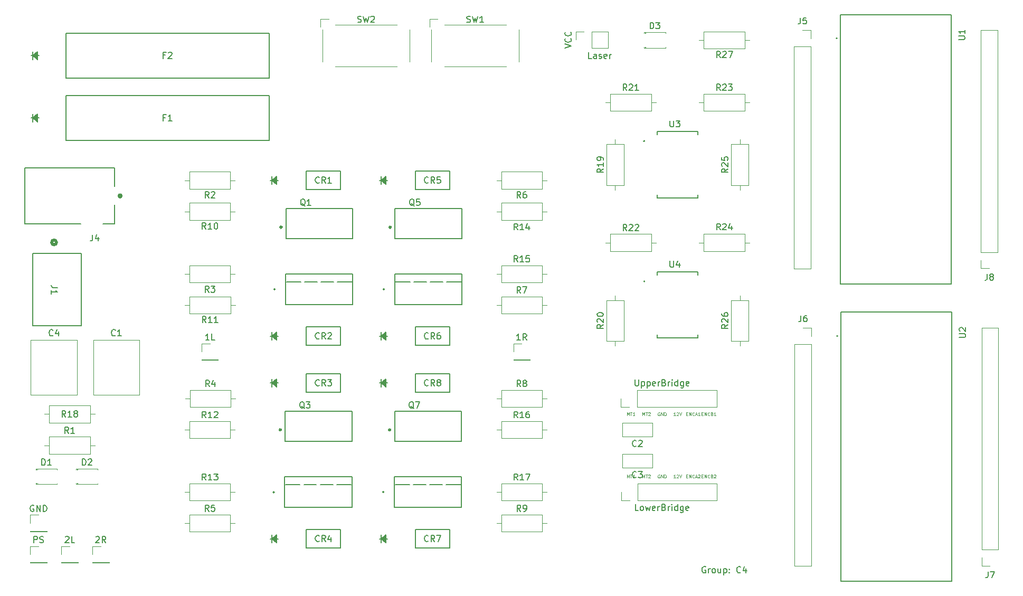
<source format=gbr>
%TF.GenerationSoftware,KiCad,Pcbnew,(6.0.7)*%
%TF.CreationDate,2024-04-02T23:43:12-07:00*%
%TF.ProjectId,PCB_v1,5043425f-7631-42e6-9b69-6361645f7063,rev?*%
%TF.SameCoordinates,Original*%
%TF.FileFunction,Legend,Top*%
%TF.FilePolarity,Positive*%
%FSLAX46Y46*%
G04 Gerber Fmt 4.6, Leading zero omitted, Abs format (unit mm)*
G04 Created by KiCad (PCBNEW (6.0.7)) date 2024-04-02 23:43:12*
%MOMM*%
%LPD*%
G01*
G04 APERTURE LIST*
%ADD10C,0.150000*%
%ADD11C,0.100000*%
%ADD12C,0.200000*%
%ADD13C,0.127000*%
%ADD14C,0.120000*%
%ADD15C,0.152400*%
%ADD16C,0.300000*%
%ADD17C,0.400000*%
%ADD18C,0.508000*%
G04 APERTURE END LIST*
D10*
X144500000Y-114500000D02*
X144404761Y-114452380D01*
X144261904Y-114452380D01*
X144119047Y-114500000D01*
X144023809Y-114595238D01*
X143976190Y-114690476D01*
X143928571Y-114880952D01*
X143928571Y-115023809D01*
X143976190Y-115214285D01*
X144023809Y-115309523D01*
X144119047Y-115404761D01*
X144261904Y-115452380D01*
X144357142Y-115452380D01*
X144500000Y-115404761D01*
X144547619Y-115357142D01*
X144547619Y-115023809D01*
X144357142Y-115023809D01*
X144976190Y-115452380D02*
X144976190Y-114785714D01*
X144976190Y-114976190D02*
X145023809Y-114880952D01*
X145071428Y-114833333D01*
X145166666Y-114785714D01*
X145261904Y-114785714D01*
X145738095Y-115452380D02*
X145642857Y-115404761D01*
X145595238Y-115357142D01*
X145547619Y-115261904D01*
X145547619Y-114976190D01*
X145595238Y-114880952D01*
X145642857Y-114833333D01*
X145738095Y-114785714D01*
X145880952Y-114785714D01*
X145976190Y-114833333D01*
X146023809Y-114880952D01*
X146071428Y-114976190D01*
X146071428Y-115261904D01*
X146023809Y-115357142D01*
X145976190Y-115404761D01*
X145880952Y-115452380D01*
X145738095Y-115452380D01*
X146928571Y-114785714D02*
X146928571Y-115452380D01*
X146500000Y-114785714D02*
X146500000Y-115309523D01*
X146547619Y-115404761D01*
X146642857Y-115452380D01*
X146785714Y-115452380D01*
X146880952Y-115404761D01*
X146928571Y-115357142D01*
X147404761Y-114785714D02*
X147404761Y-115785714D01*
X147404761Y-114833333D02*
X147500000Y-114785714D01*
X147690476Y-114785714D01*
X147785714Y-114833333D01*
X147833333Y-114880952D01*
X147880952Y-114976190D01*
X147880952Y-115261904D01*
X147833333Y-115357142D01*
X147785714Y-115404761D01*
X147690476Y-115452380D01*
X147500000Y-115452380D01*
X147404761Y-115404761D01*
X148309523Y-115357142D02*
X148357142Y-115404761D01*
X148309523Y-115452380D01*
X148261904Y-115404761D01*
X148309523Y-115357142D01*
X148309523Y-115452380D01*
X148309523Y-114833333D02*
X148357142Y-114880952D01*
X148309523Y-114928571D01*
X148261904Y-114880952D01*
X148309523Y-114833333D01*
X148309523Y-114928571D01*
X150119047Y-115357142D02*
X150071428Y-115404761D01*
X149928571Y-115452380D01*
X149833333Y-115452380D01*
X149690476Y-115404761D01*
X149595238Y-115309523D01*
X149547619Y-115214285D01*
X149500000Y-115023809D01*
X149500000Y-114880952D01*
X149547619Y-114690476D01*
X149595238Y-114595238D01*
X149690476Y-114500000D01*
X149833333Y-114452380D01*
X149928571Y-114452380D01*
X150071428Y-114500000D01*
X150119047Y-114547619D01*
X150976190Y-114785714D02*
X150976190Y-115452380D01*
X150738095Y-114404761D02*
X150500000Y-115119047D01*
X151119047Y-115119047D01*
D11*
X139690476Y-100226190D02*
X139404761Y-100226190D01*
X139547619Y-100226190D02*
X139547619Y-99726190D01*
X139500000Y-99797619D01*
X139452380Y-99845238D01*
X139404761Y-99869047D01*
X139880952Y-99773809D02*
X139904761Y-99750000D01*
X139952380Y-99726190D01*
X140071428Y-99726190D01*
X140119047Y-99750000D01*
X140142857Y-99773809D01*
X140166666Y-99821428D01*
X140166666Y-99869047D01*
X140142857Y-99940476D01*
X139857142Y-100226190D01*
X140166666Y-100226190D01*
X140309523Y-99726190D02*
X140476190Y-100226190D01*
X140642857Y-99726190D01*
X131904761Y-100226190D02*
X131904761Y-99726190D01*
X132071428Y-100083333D01*
X132238095Y-99726190D01*
X132238095Y-100226190D01*
X132404761Y-99726190D02*
X132690476Y-99726190D01*
X132547619Y-100226190D02*
X132547619Y-99726190D01*
X133119047Y-100226190D02*
X132833333Y-100226190D01*
X132976190Y-100226190D02*
X132976190Y-99726190D01*
X132928571Y-99797619D01*
X132880952Y-99845238D01*
X132833333Y-99869047D01*
X134404761Y-100226190D02*
X134404761Y-99726190D01*
X134571428Y-100083333D01*
X134738095Y-99726190D01*
X134738095Y-100226190D01*
X134904761Y-99726190D02*
X135190476Y-99726190D01*
X135047619Y-100226190D02*
X135047619Y-99726190D01*
X135333333Y-99773809D02*
X135357142Y-99750000D01*
X135404761Y-99726190D01*
X135523809Y-99726190D01*
X135571428Y-99750000D01*
X135595238Y-99773809D01*
X135619047Y-99821428D01*
X135619047Y-99869047D01*
X135595238Y-99940476D01*
X135309523Y-100226190D01*
X135619047Y-100226190D01*
X143892857Y-99964285D02*
X144059523Y-99964285D01*
X144130952Y-100226190D02*
X143892857Y-100226190D01*
X143892857Y-99726190D01*
X144130952Y-99726190D01*
X144345238Y-100226190D02*
X144345238Y-99726190D01*
X144630952Y-100226190D01*
X144630952Y-99726190D01*
X145154761Y-100178571D02*
X145130952Y-100202380D01*
X145059523Y-100226190D01*
X145011904Y-100226190D01*
X144940476Y-100202380D01*
X144892857Y-100154761D01*
X144869047Y-100107142D01*
X144845238Y-100011904D01*
X144845238Y-99940476D01*
X144869047Y-99845238D01*
X144892857Y-99797619D01*
X144940476Y-99750000D01*
X145011904Y-99726190D01*
X145059523Y-99726190D01*
X145130952Y-99750000D01*
X145154761Y-99773809D01*
X145535714Y-99964285D02*
X145607142Y-99988095D01*
X145630952Y-100011904D01*
X145654761Y-100059523D01*
X145654761Y-100130952D01*
X145630952Y-100178571D01*
X145607142Y-100202380D01*
X145559523Y-100226190D01*
X145369047Y-100226190D01*
X145369047Y-99726190D01*
X145535714Y-99726190D01*
X145583333Y-99750000D01*
X145607142Y-99773809D01*
X145630952Y-99821428D01*
X145630952Y-99869047D01*
X145607142Y-99916666D01*
X145583333Y-99940476D01*
X145535714Y-99964285D01*
X145369047Y-99964285D01*
X145845238Y-99773809D02*
X145869047Y-99750000D01*
X145916666Y-99726190D01*
X146035714Y-99726190D01*
X146083333Y-99750000D01*
X146107142Y-99773809D01*
X146130952Y-99821428D01*
X146130952Y-99869047D01*
X146107142Y-99940476D01*
X145821428Y-100226190D01*
X146130952Y-100226190D01*
X137119047Y-99750000D02*
X137071428Y-99726190D01*
X137000000Y-99726190D01*
X136928571Y-99750000D01*
X136880952Y-99797619D01*
X136857142Y-99845238D01*
X136833333Y-99940476D01*
X136833333Y-100011904D01*
X136857142Y-100107142D01*
X136880952Y-100154761D01*
X136928571Y-100202380D01*
X137000000Y-100226190D01*
X137047619Y-100226190D01*
X137119047Y-100202380D01*
X137142857Y-100178571D01*
X137142857Y-100011904D01*
X137047619Y-100011904D01*
X137357142Y-100226190D02*
X137357142Y-99726190D01*
X137642857Y-100226190D01*
X137642857Y-99726190D01*
X137880952Y-100226190D02*
X137880952Y-99726190D01*
X138000000Y-99726190D01*
X138071428Y-99750000D01*
X138119047Y-99797619D01*
X138142857Y-99845238D01*
X138166666Y-99940476D01*
X138166666Y-100011904D01*
X138142857Y-100107142D01*
X138119047Y-100154761D01*
X138071428Y-100202380D01*
X138000000Y-100226190D01*
X137880952Y-100226190D01*
X141428571Y-99964285D02*
X141595238Y-99964285D01*
X141666666Y-100226190D02*
X141428571Y-100226190D01*
X141428571Y-99726190D01*
X141666666Y-99726190D01*
X141880952Y-100226190D02*
X141880952Y-99726190D01*
X142166666Y-100226190D01*
X142166666Y-99726190D01*
X142690476Y-100178571D02*
X142666666Y-100202380D01*
X142595238Y-100226190D01*
X142547619Y-100226190D01*
X142476190Y-100202380D01*
X142428571Y-100154761D01*
X142404761Y-100107142D01*
X142380952Y-100011904D01*
X142380952Y-99940476D01*
X142404761Y-99845238D01*
X142428571Y-99797619D01*
X142476190Y-99750000D01*
X142547619Y-99726190D01*
X142595238Y-99726190D01*
X142666666Y-99750000D01*
X142690476Y-99773809D01*
X142880952Y-100083333D02*
X143119047Y-100083333D01*
X142833333Y-100226190D02*
X143000000Y-99726190D01*
X143166666Y-100226190D01*
X143309523Y-99773809D02*
X143333333Y-99750000D01*
X143380952Y-99726190D01*
X143500000Y-99726190D01*
X143547619Y-99750000D01*
X143571428Y-99773809D01*
X143595238Y-99821428D01*
X143595238Y-99869047D01*
X143571428Y-99940476D01*
X143285714Y-100226190D01*
X143595238Y-100226190D01*
X143892857Y-89964285D02*
X144059523Y-89964285D01*
X144130952Y-90226190D02*
X143892857Y-90226190D01*
X143892857Y-89726190D01*
X144130952Y-89726190D01*
X144345238Y-90226190D02*
X144345238Y-89726190D01*
X144630952Y-90226190D01*
X144630952Y-89726190D01*
X145154761Y-90178571D02*
X145130952Y-90202380D01*
X145059523Y-90226190D01*
X145011904Y-90226190D01*
X144940476Y-90202380D01*
X144892857Y-90154761D01*
X144869047Y-90107142D01*
X144845238Y-90011904D01*
X144845238Y-89940476D01*
X144869047Y-89845238D01*
X144892857Y-89797619D01*
X144940476Y-89750000D01*
X145011904Y-89726190D01*
X145059523Y-89726190D01*
X145130952Y-89750000D01*
X145154761Y-89773809D01*
X145535714Y-89964285D02*
X145607142Y-89988095D01*
X145630952Y-90011904D01*
X145654761Y-90059523D01*
X145654761Y-90130952D01*
X145630952Y-90178571D01*
X145607142Y-90202380D01*
X145559523Y-90226190D01*
X145369047Y-90226190D01*
X145369047Y-89726190D01*
X145535714Y-89726190D01*
X145583333Y-89750000D01*
X145607142Y-89773809D01*
X145630952Y-89821428D01*
X145630952Y-89869047D01*
X145607142Y-89916666D01*
X145583333Y-89940476D01*
X145535714Y-89964285D01*
X145369047Y-89964285D01*
X146130952Y-90226190D02*
X145845238Y-90226190D01*
X145988095Y-90226190D02*
X145988095Y-89726190D01*
X145940476Y-89797619D01*
X145892857Y-89845238D01*
X145845238Y-89869047D01*
X141428571Y-89964285D02*
X141595238Y-89964285D01*
X141666666Y-90226190D02*
X141428571Y-90226190D01*
X141428571Y-89726190D01*
X141666666Y-89726190D01*
X141880952Y-90226190D02*
X141880952Y-89726190D01*
X142166666Y-90226190D01*
X142166666Y-89726190D01*
X142690476Y-90178571D02*
X142666666Y-90202380D01*
X142595238Y-90226190D01*
X142547619Y-90226190D01*
X142476190Y-90202380D01*
X142428571Y-90154761D01*
X142404761Y-90107142D01*
X142380952Y-90011904D01*
X142380952Y-89940476D01*
X142404761Y-89845238D01*
X142428571Y-89797619D01*
X142476190Y-89750000D01*
X142547619Y-89726190D01*
X142595238Y-89726190D01*
X142666666Y-89750000D01*
X142690476Y-89773809D01*
X142880952Y-90083333D02*
X143119047Y-90083333D01*
X142833333Y-90226190D02*
X143000000Y-89726190D01*
X143166666Y-90226190D01*
X143595238Y-90226190D02*
X143309523Y-90226190D01*
X143452380Y-90226190D02*
X143452380Y-89726190D01*
X143404761Y-89797619D01*
X143357142Y-89845238D01*
X143309523Y-89869047D01*
X139690476Y-90226190D02*
X139404761Y-90226190D01*
X139547619Y-90226190D02*
X139547619Y-89726190D01*
X139500000Y-89797619D01*
X139452380Y-89845238D01*
X139404761Y-89869047D01*
X139880952Y-89773809D02*
X139904761Y-89750000D01*
X139952380Y-89726190D01*
X140071428Y-89726190D01*
X140119047Y-89750000D01*
X140142857Y-89773809D01*
X140166666Y-89821428D01*
X140166666Y-89869047D01*
X140142857Y-89940476D01*
X139857142Y-90226190D01*
X140166666Y-90226190D01*
X140309523Y-89726190D02*
X140476190Y-90226190D01*
X140642857Y-89726190D01*
X137119047Y-89750000D02*
X137071428Y-89726190D01*
X137000000Y-89726190D01*
X136928571Y-89750000D01*
X136880952Y-89797619D01*
X136857142Y-89845238D01*
X136833333Y-89940476D01*
X136833333Y-90011904D01*
X136857142Y-90107142D01*
X136880952Y-90154761D01*
X136928571Y-90202380D01*
X137000000Y-90226190D01*
X137047619Y-90226190D01*
X137119047Y-90202380D01*
X137142857Y-90178571D01*
X137142857Y-90011904D01*
X137047619Y-90011904D01*
X137357142Y-90226190D02*
X137357142Y-89726190D01*
X137642857Y-90226190D01*
X137642857Y-89726190D01*
X137880952Y-90226190D02*
X137880952Y-89726190D01*
X138000000Y-89726190D01*
X138071428Y-89750000D01*
X138119047Y-89797619D01*
X138142857Y-89845238D01*
X138166666Y-89940476D01*
X138166666Y-90011904D01*
X138142857Y-90107142D01*
X138119047Y-90154761D01*
X138071428Y-90202380D01*
X138000000Y-90226190D01*
X137880952Y-90226190D01*
X134404761Y-90226190D02*
X134404761Y-89726190D01*
X134571428Y-90083333D01*
X134738095Y-89726190D01*
X134738095Y-90226190D01*
X134904761Y-89726190D02*
X135190476Y-89726190D01*
X135047619Y-90226190D02*
X135047619Y-89726190D01*
X135333333Y-89773809D02*
X135357142Y-89750000D01*
X135404761Y-89726190D01*
X135523809Y-89726190D01*
X135571428Y-89750000D01*
X135595238Y-89773809D01*
X135619047Y-89821428D01*
X135619047Y-89869047D01*
X135595238Y-89940476D01*
X135309523Y-90226190D01*
X135619047Y-90226190D01*
X131904761Y-90226190D02*
X131904761Y-89726190D01*
X132071428Y-90083333D01*
X132238095Y-89726190D01*
X132238095Y-90226190D01*
X132404761Y-89726190D02*
X132690476Y-89726190D01*
X132547619Y-90226190D02*
X132547619Y-89726190D01*
X133119047Y-90226190D02*
X132833333Y-90226190D01*
X132976190Y-90226190D02*
X132976190Y-89726190D01*
X132928571Y-89797619D01*
X132880952Y-89845238D01*
X132833333Y-89869047D01*
D10*
X121952380Y-31293333D02*
X122952380Y-30960000D01*
X121952380Y-30626666D01*
X122857142Y-29721904D02*
X122904761Y-29769523D01*
X122952380Y-29912380D01*
X122952380Y-30007619D01*
X122904761Y-30150476D01*
X122809523Y-30245714D01*
X122714285Y-30293333D01*
X122523809Y-30340952D01*
X122380952Y-30340952D01*
X122190476Y-30293333D01*
X122095238Y-30245714D01*
X122000000Y-30150476D01*
X121952380Y-30007619D01*
X121952380Y-29912380D01*
X122000000Y-29769523D01*
X122047619Y-29721904D01*
X122857142Y-28721904D02*
X122904761Y-28769523D01*
X122952380Y-28912380D01*
X122952380Y-29007619D01*
X122904761Y-29150476D01*
X122809523Y-29245714D01*
X122714285Y-29293333D01*
X122523809Y-29340952D01*
X122380952Y-29340952D01*
X122190476Y-29293333D01*
X122095238Y-29245714D01*
X122000000Y-29150476D01*
X121952380Y-29007619D01*
X121952380Y-28912380D01*
X122000000Y-28769523D01*
X122047619Y-28721904D01*
%TO.C,U1*%
X185087380Y-29936904D02*
X185896904Y-29936904D01*
X185992142Y-29889285D01*
X186039761Y-29841666D01*
X186087380Y-29746428D01*
X186087380Y-29555952D01*
X186039761Y-29460714D01*
X185992142Y-29413095D01*
X185896904Y-29365476D01*
X185087380Y-29365476D01*
X186087380Y-28365476D02*
X186087380Y-28936904D01*
X186087380Y-28651190D02*
X185087380Y-28651190D01*
X185230238Y-28746428D01*
X185325476Y-28841666D01*
X185373095Y-28936904D01*
%TO.C,U2*%
X185207380Y-77676904D02*
X186016904Y-77676904D01*
X186112142Y-77629285D01*
X186159761Y-77581666D01*
X186207380Y-77486428D01*
X186207380Y-77295952D01*
X186159761Y-77200714D01*
X186112142Y-77153095D01*
X186016904Y-77105476D01*
X185207380Y-77105476D01*
X185302619Y-76676904D02*
X185255000Y-76629285D01*
X185207380Y-76534047D01*
X185207380Y-76295952D01*
X185255000Y-76200714D01*
X185302619Y-76153095D01*
X185397857Y-76105476D01*
X185493095Y-76105476D01*
X185635952Y-76153095D01*
X186207380Y-76724523D01*
X186207380Y-76105476D01*
%TO.C,Laser*%
X126214285Y-32952380D02*
X125738095Y-32952380D01*
X125738095Y-31952380D01*
X126976190Y-32952380D02*
X126976190Y-32428571D01*
X126928571Y-32333333D01*
X126833333Y-32285714D01*
X126642857Y-32285714D01*
X126547619Y-32333333D01*
X126976190Y-32904761D02*
X126880952Y-32952380D01*
X126642857Y-32952380D01*
X126547619Y-32904761D01*
X126500000Y-32809523D01*
X126500000Y-32714285D01*
X126547619Y-32619047D01*
X126642857Y-32571428D01*
X126880952Y-32571428D01*
X126976190Y-32523809D01*
X127404761Y-32904761D02*
X127500000Y-32952380D01*
X127690476Y-32952380D01*
X127785714Y-32904761D01*
X127833333Y-32809523D01*
X127833333Y-32761904D01*
X127785714Y-32666666D01*
X127690476Y-32619047D01*
X127547619Y-32619047D01*
X127452380Y-32571428D01*
X127404761Y-32476190D01*
X127404761Y-32428571D01*
X127452380Y-32333333D01*
X127547619Y-32285714D01*
X127690476Y-32285714D01*
X127785714Y-32333333D01*
X128642857Y-32904761D02*
X128547619Y-32952380D01*
X128357142Y-32952380D01*
X128261904Y-32904761D01*
X128214285Y-32809523D01*
X128214285Y-32428571D01*
X128261904Y-32333333D01*
X128357142Y-32285714D01*
X128547619Y-32285714D01*
X128642857Y-32333333D01*
X128690476Y-32428571D01*
X128690476Y-32523809D01*
X128214285Y-32619047D01*
X129119047Y-32952380D02*
X129119047Y-32285714D01*
X129119047Y-32476190D02*
X129166666Y-32380952D01*
X129214285Y-32333333D01*
X129309523Y-32285714D01*
X129404761Y-32285714D01*
%TO.C,U4*%
X138805283Y-65430751D02*
X138805283Y-66243985D01*
X138853120Y-66339659D01*
X138900958Y-66387496D01*
X138996632Y-66435334D01*
X139187981Y-66435334D01*
X139283656Y-66387496D01*
X139331493Y-66339659D01*
X139379330Y-66243985D01*
X139379330Y-65430751D01*
X140288239Y-65765612D02*
X140288239Y-66435334D01*
X140049052Y-65382913D02*
X139809866Y-66100473D01*
X140431751Y-66100473D01*
%TO.C,U3*%
X138805283Y-42930751D02*
X138805283Y-43743985D01*
X138853120Y-43839659D01*
X138900958Y-43887496D01*
X138996632Y-43935334D01*
X139187981Y-43935334D01*
X139283656Y-43887496D01*
X139331493Y-43839659D01*
X139379330Y-43743985D01*
X139379330Y-42930751D01*
X139762029Y-42930751D02*
X140383913Y-42930751D01*
X140049052Y-43313449D01*
X140192564Y-43313449D01*
X140288239Y-43361286D01*
X140336076Y-43409124D01*
X140383913Y-43504798D01*
X140383913Y-43743985D01*
X140336076Y-43839659D01*
X140288239Y-43887496D01*
X140192564Y-43935334D01*
X139905541Y-43935334D01*
X139809866Y-43887496D01*
X139762029Y-43839659D01*
%TO.C,2R*%
X46714285Y-109717619D02*
X46761904Y-109670000D01*
X46857142Y-109622380D01*
X47095238Y-109622380D01*
X47190476Y-109670000D01*
X47238095Y-109717619D01*
X47285714Y-109812857D01*
X47285714Y-109908095D01*
X47238095Y-110050952D01*
X46666666Y-110622380D01*
X47285714Y-110622380D01*
X48285714Y-110622380D02*
X47952380Y-110146190D01*
X47714285Y-110622380D02*
X47714285Y-109622380D01*
X48095238Y-109622380D01*
X48190476Y-109670000D01*
X48238095Y-109717619D01*
X48285714Y-109812857D01*
X48285714Y-109955714D01*
X48238095Y-110050952D01*
X48190476Y-110098571D01*
X48095238Y-110146190D01*
X47714285Y-110146190D01*
%TO.C,1R*%
X114785714Y-78122380D02*
X114214285Y-78122380D01*
X114500000Y-78122380D02*
X114500000Y-77122380D01*
X114404761Y-77265238D01*
X114309523Y-77360476D01*
X114214285Y-77408095D01*
X115785714Y-78122380D02*
X115452380Y-77646190D01*
X115214285Y-78122380D02*
X115214285Y-77122380D01*
X115595238Y-77122380D01*
X115690476Y-77170000D01*
X115738095Y-77217619D01*
X115785714Y-77312857D01*
X115785714Y-77455714D01*
X115738095Y-77550952D01*
X115690476Y-77598571D01*
X115595238Y-77646190D01*
X115214285Y-77646190D01*
%TO.C,1L*%
X64880952Y-78122380D02*
X64309523Y-78122380D01*
X64595238Y-78122380D02*
X64595238Y-77122380D01*
X64500000Y-77265238D01*
X64404761Y-77360476D01*
X64309523Y-77408095D01*
X65785714Y-78122380D02*
X65309523Y-78122380D01*
X65309523Y-77122380D01*
%TO.C,2L*%
X41809523Y-109717619D02*
X41857142Y-109670000D01*
X41952380Y-109622380D01*
X42190476Y-109622380D01*
X42285714Y-109670000D01*
X42333333Y-109717619D01*
X42380952Y-109812857D01*
X42380952Y-109908095D01*
X42333333Y-110050952D01*
X41761904Y-110622380D01*
X42380952Y-110622380D01*
X43285714Y-110622380D02*
X42809523Y-110622380D01*
X42809523Y-109622380D01*
%TO.C,GND*%
X36738095Y-104670000D02*
X36642857Y-104622380D01*
X36500000Y-104622380D01*
X36357142Y-104670000D01*
X36261904Y-104765238D01*
X36214285Y-104860476D01*
X36166666Y-105050952D01*
X36166666Y-105193809D01*
X36214285Y-105384285D01*
X36261904Y-105479523D01*
X36357142Y-105574761D01*
X36500000Y-105622380D01*
X36595238Y-105622380D01*
X36738095Y-105574761D01*
X36785714Y-105527142D01*
X36785714Y-105193809D01*
X36595238Y-105193809D01*
X37214285Y-105622380D02*
X37214285Y-104622380D01*
X37785714Y-105622380D01*
X37785714Y-104622380D01*
X38261904Y-105622380D02*
X38261904Y-104622380D01*
X38500000Y-104622380D01*
X38642857Y-104670000D01*
X38738095Y-104765238D01*
X38785714Y-104860476D01*
X38833333Y-105050952D01*
X38833333Y-105193809D01*
X38785714Y-105384285D01*
X38738095Y-105479523D01*
X38642857Y-105574761D01*
X38500000Y-105622380D01*
X38261904Y-105622380D01*
%TO.C,PS*%
X36761904Y-110622380D02*
X36761904Y-109622380D01*
X37142857Y-109622380D01*
X37238095Y-109670000D01*
X37285714Y-109717619D01*
X37333333Y-109812857D01*
X37333333Y-109955714D01*
X37285714Y-110050952D01*
X37238095Y-110098571D01*
X37142857Y-110146190D01*
X36761904Y-110146190D01*
X37714285Y-110574761D02*
X37857142Y-110622380D01*
X38095238Y-110622380D01*
X38190476Y-110574761D01*
X38238095Y-110527142D01*
X38285714Y-110431904D01*
X38285714Y-110336666D01*
X38238095Y-110241428D01*
X38190476Y-110193809D01*
X38095238Y-110146190D01*
X37904761Y-110098571D01*
X37809523Y-110050952D01*
X37761904Y-110003333D01*
X37714285Y-109908095D01*
X37714285Y-109812857D01*
X37761904Y-109717619D01*
X37809523Y-109670000D01*
X37904761Y-109622380D01*
X38142857Y-109622380D01*
X38285714Y-109670000D01*
%TO.C,SW2*%
X88709166Y-27122261D02*
X88852023Y-27169880D01*
X89090119Y-27169880D01*
X89185357Y-27122261D01*
X89232976Y-27074642D01*
X89280595Y-26979404D01*
X89280595Y-26884166D01*
X89232976Y-26788928D01*
X89185357Y-26741309D01*
X89090119Y-26693690D01*
X88899642Y-26646071D01*
X88804404Y-26598452D01*
X88756785Y-26550833D01*
X88709166Y-26455595D01*
X88709166Y-26360357D01*
X88756785Y-26265119D01*
X88804404Y-26217500D01*
X88899642Y-26169880D01*
X89137738Y-26169880D01*
X89280595Y-26217500D01*
X89613928Y-26169880D02*
X89852023Y-27169880D01*
X90042500Y-26455595D01*
X90232976Y-27169880D01*
X90471071Y-26169880D01*
X90804404Y-26265119D02*
X90852023Y-26217500D01*
X90947261Y-26169880D01*
X91185357Y-26169880D01*
X91280595Y-26217500D01*
X91328214Y-26265119D01*
X91375833Y-26360357D01*
X91375833Y-26455595D01*
X91328214Y-26598452D01*
X90756785Y-27169880D01*
X91375833Y-27169880D01*
%TO.C,SW1*%
X106209166Y-27122261D02*
X106352023Y-27169880D01*
X106590119Y-27169880D01*
X106685357Y-27122261D01*
X106732976Y-27074642D01*
X106780595Y-26979404D01*
X106780595Y-26884166D01*
X106732976Y-26788928D01*
X106685357Y-26741309D01*
X106590119Y-26693690D01*
X106399642Y-26646071D01*
X106304404Y-26598452D01*
X106256785Y-26550833D01*
X106209166Y-26455595D01*
X106209166Y-26360357D01*
X106256785Y-26265119D01*
X106304404Y-26217500D01*
X106399642Y-26169880D01*
X106637738Y-26169880D01*
X106780595Y-26217500D01*
X107113928Y-26169880D02*
X107352023Y-27169880D01*
X107542500Y-26455595D01*
X107732976Y-27169880D01*
X107971071Y-26169880D01*
X108875833Y-27169880D02*
X108304404Y-27169880D01*
X108590119Y-27169880D02*
X108590119Y-26169880D01*
X108494880Y-26312738D01*
X108399642Y-26407976D01*
X108304404Y-26455595D01*
%TO.C,R27*%
X146857142Y-32822380D02*
X146523809Y-32346190D01*
X146285714Y-32822380D02*
X146285714Y-31822380D01*
X146666666Y-31822380D01*
X146761904Y-31870000D01*
X146809523Y-31917619D01*
X146857142Y-32012857D01*
X146857142Y-32155714D01*
X146809523Y-32250952D01*
X146761904Y-32298571D01*
X146666666Y-32346190D01*
X146285714Y-32346190D01*
X147238095Y-31917619D02*
X147285714Y-31870000D01*
X147380952Y-31822380D01*
X147619047Y-31822380D01*
X147714285Y-31870000D01*
X147761904Y-31917619D01*
X147809523Y-32012857D01*
X147809523Y-32108095D01*
X147761904Y-32250952D01*
X147190476Y-32822380D01*
X147809523Y-32822380D01*
X148142857Y-31822380D02*
X148809523Y-31822380D01*
X148380952Y-32822380D01*
%TO.C,R26*%
X148082380Y-75642857D02*
X147606190Y-75976190D01*
X148082380Y-76214285D02*
X147082380Y-76214285D01*
X147082380Y-75833333D01*
X147130000Y-75738095D01*
X147177619Y-75690476D01*
X147272857Y-75642857D01*
X147415714Y-75642857D01*
X147510952Y-75690476D01*
X147558571Y-75738095D01*
X147606190Y-75833333D01*
X147606190Y-76214285D01*
X147177619Y-75261904D02*
X147130000Y-75214285D01*
X147082380Y-75119047D01*
X147082380Y-74880952D01*
X147130000Y-74785714D01*
X147177619Y-74738095D01*
X147272857Y-74690476D01*
X147368095Y-74690476D01*
X147510952Y-74738095D01*
X148082380Y-75309523D01*
X148082380Y-74690476D01*
X147082380Y-73833333D02*
X147082380Y-74023809D01*
X147130000Y-74119047D01*
X147177619Y-74166666D01*
X147320476Y-74261904D01*
X147510952Y-74309523D01*
X147891904Y-74309523D01*
X147987142Y-74261904D01*
X148034761Y-74214285D01*
X148082380Y-74119047D01*
X148082380Y-73928571D01*
X148034761Y-73833333D01*
X147987142Y-73785714D01*
X147891904Y-73738095D01*
X147653809Y-73738095D01*
X147558571Y-73785714D01*
X147510952Y-73833333D01*
X147463333Y-73928571D01*
X147463333Y-74119047D01*
X147510952Y-74214285D01*
X147558571Y-74261904D01*
X147653809Y-74309523D01*
%TO.C,R25*%
X148082380Y-50642857D02*
X147606190Y-50976190D01*
X148082380Y-51214285D02*
X147082380Y-51214285D01*
X147082380Y-50833333D01*
X147130000Y-50738095D01*
X147177619Y-50690476D01*
X147272857Y-50642857D01*
X147415714Y-50642857D01*
X147510952Y-50690476D01*
X147558571Y-50738095D01*
X147606190Y-50833333D01*
X147606190Y-51214285D01*
X147177619Y-50261904D02*
X147130000Y-50214285D01*
X147082380Y-50119047D01*
X147082380Y-49880952D01*
X147130000Y-49785714D01*
X147177619Y-49738095D01*
X147272857Y-49690476D01*
X147368095Y-49690476D01*
X147510952Y-49738095D01*
X148082380Y-50309523D01*
X148082380Y-49690476D01*
X147082380Y-48785714D02*
X147082380Y-49261904D01*
X147558571Y-49309523D01*
X147510952Y-49261904D01*
X147463333Y-49166666D01*
X147463333Y-48928571D01*
X147510952Y-48833333D01*
X147558571Y-48785714D01*
X147653809Y-48738095D01*
X147891904Y-48738095D01*
X147987142Y-48785714D01*
X148034761Y-48833333D01*
X148082380Y-48928571D01*
X148082380Y-49166666D01*
X148034761Y-49261904D01*
X147987142Y-49309523D01*
%TO.C,R24*%
X146857142Y-60452380D02*
X146523809Y-59976190D01*
X146285714Y-60452380D02*
X146285714Y-59452380D01*
X146666666Y-59452380D01*
X146761904Y-59500000D01*
X146809523Y-59547619D01*
X146857142Y-59642857D01*
X146857142Y-59785714D01*
X146809523Y-59880952D01*
X146761904Y-59928571D01*
X146666666Y-59976190D01*
X146285714Y-59976190D01*
X147238095Y-59547619D02*
X147285714Y-59500000D01*
X147380952Y-59452380D01*
X147619047Y-59452380D01*
X147714285Y-59500000D01*
X147761904Y-59547619D01*
X147809523Y-59642857D01*
X147809523Y-59738095D01*
X147761904Y-59880952D01*
X147190476Y-60452380D01*
X147809523Y-60452380D01*
X148666666Y-59785714D02*
X148666666Y-60452380D01*
X148428571Y-59404761D02*
X148190476Y-60119047D01*
X148809523Y-60119047D01*
%TO.C,R23*%
X146857142Y-38082380D02*
X146523809Y-37606190D01*
X146285714Y-38082380D02*
X146285714Y-37082380D01*
X146666666Y-37082380D01*
X146761904Y-37130000D01*
X146809523Y-37177619D01*
X146857142Y-37272857D01*
X146857142Y-37415714D01*
X146809523Y-37510952D01*
X146761904Y-37558571D01*
X146666666Y-37606190D01*
X146285714Y-37606190D01*
X147238095Y-37177619D02*
X147285714Y-37130000D01*
X147380952Y-37082380D01*
X147619047Y-37082380D01*
X147714285Y-37130000D01*
X147761904Y-37177619D01*
X147809523Y-37272857D01*
X147809523Y-37368095D01*
X147761904Y-37510952D01*
X147190476Y-38082380D01*
X147809523Y-38082380D01*
X148142857Y-37082380D02*
X148761904Y-37082380D01*
X148428571Y-37463333D01*
X148571428Y-37463333D01*
X148666666Y-37510952D01*
X148714285Y-37558571D01*
X148761904Y-37653809D01*
X148761904Y-37891904D01*
X148714285Y-37987142D01*
X148666666Y-38034761D01*
X148571428Y-38082380D01*
X148285714Y-38082380D01*
X148190476Y-38034761D01*
X148142857Y-37987142D01*
%TO.C,R22*%
X131857142Y-60582380D02*
X131523809Y-60106190D01*
X131285714Y-60582380D02*
X131285714Y-59582380D01*
X131666666Y-59582380D01*
X131761904Y-59630000D01*
X131809523Y-59677619D01*
X131857142Y-59772857D01*
X131857142Y-59915714D01*
X131809523Y-60010952D01*
X131761904Y-60058571D01*
X131666666Y-60106190D01*
X131285714Y-60106190D01*
X132238095Y-59677619D02*
X132285714Y-59630000D01*
X132380952Y-59582380D01*
X132619047Y-59582380D01*
X132714285Y-59630000D01*
X132761904Y-59677619D01*
X132809523Y-59772857D01*
X132809523Y-59868095D01*
X132761904Y-60010952D01*
X132190476Y-60582380D01*
X132809523Y-60582380D01*
X133190476Y-59677619D02*
X133238095Y-59630000D01*
X133333333Y-59582380D01*
X133571428Y-59582380D01*
X133666666Y-59630000D01*
X133714285Y-59677619D01*
X133761904Y-59772857D01*
X133761904Y-59868095D01*
X133714285Y-60010952D01*
X133142857Y-60582380D01*
X133761904Y-60582380D01*
%TO.C,R21*%
X131857142Y-38082380D02*
X131523809Y-37606190D01*
X131285714Y-38082380D02*
X131285714Y-37082380D01*
X131666666Y-37082380D01*
X131761904Y-37130000D01*
X131809523Y-37177619D01*
X131857142Y-37272857D01*
X131857142Y-37415714D01*
X131809523Y-37510952D01*
X131761904Y-37558571D01*
X131666666Y-37606190D01*
X131285714Y-37606190D01*
X132238095Y-37177619D02*
X132285714Y-37130000D01*
X132380952Y-37082380D01*
X132619047Y-37082380D01*
X132714285Y-37130000D01*
X132761904Y-37177619D01*
X132809523Y-37272857D01*
X132809523Y-37368095D01*
X132761904Y-37510952D01*
X132190476Y-38082380D01*
X132809523Y-38082380D01*
X133761904Y-38082380D02*
X133190476Y-38082380D01*
X133476190Y-38082380D02*
X133476190Y-37082380D01*
X133380952Y-37225238D01*
X133285714Y-37320476D01*
X133190476Y-37368095D01*
%TO.C,R20*%
X128082380Y-75642857D02*
X127606190Y-75976190D01*
X128082380Y-76214285D02*
X127082380Y-76214285D01*
X127082380Y-75833333D01*
X127130000Y-75738095D01*
X127177619Y-75690476D01*
X127272857Y-75642857D01*
X127415714Y-75642857D01*
X127510952Y-75690476D01*
X127558571Y-75738095D01*
X127606190Y-75833333D01*
X127606190Y-76214285D01*
X127177619Y-75261904D02*
X127130000Y-75214285D01*
X127082380Y-75119047D01*
X127082380Y-74880952D01*
X127130000Y-74785714D01*
X127177619Y-74738095D01*
X127272857Y-74690476D01*
X127368095Y-74690476D01*
X127510952Y-74738095D01*
X128082380Y-75309523D01*
X128082380Y-74690476D01*
X127082380Y-74071428D02*
X127082380Y-73976190D01*
X127130000Y-73880952D01*
X127177619Y-73833333D01*
X127272857Y-73785714D01*
X127463333Y-73738095D01*
X127701428Y-73738095D01*
X127891904Y-73785714D01*
X127987142Y-73833333D01*
X128034761Y-73880952D01*
X128082380Y-73976190D01*
X128082380Y-74071428D01*
X128034761Y-74166666D01*
X127987142Y-74214285D01*
X127891904Y-74261904D01*
X127701428Y-74309523D01*
X127463333Y-74309523D01*
X127272857Y-74261904D01*
X127177619Y-74214285D01*
X127130000Y-74166666D01*
X127082380Y-74071428D01*
%TO.C,R19*%
X128082380Y-50642857D02*
X127606190Y-50976190D01*
X128082380Y-51214285D02*
X127082380Y-51214285D01*
X127082380Y-50833333D01*
X127130000Y-50738095D01*
X127177619Y-50690476D01*
X127272857Y-50642857D01*
X127415714Y-50642857D01*
X127510952Y-50690476D01*
X127558571Y-50738095D01*
X127606190Y-50833333D01*
X127606190Y-51214285D01*
X128082380Y-49690476D02*
X128082380Y-50261904D01*
X128082380Y-49976190D02*
X127082380Y-49976190D01*
X127225238Y-50071428D01*
X127320476Y-50166666D01*
X127368095Y-50261904D01*
X128082380Y-49214285D02*
X128082380Y-49023809D01*
X128034761Y-48928571D01*
X127987142Y-48880952D01*
X127844285Y-48785714D01*
X127653809Y-48738095D01*
X127272857Y-48738095D01*
X127177619Y-48785714D01*
X127130000Y-48833333D01*
X127082380Y-48928571D01*
X127082380Y-49119047D01*
X127130000Y-49214285D01*
X127177619Y-49261904D01*
X127272857Y-49309523D01*
X127510952Y-49309523D01*
X127606190Y-49261904D01*
X127653809Y-49214285D01*
X127701428Y-49119047D01*
X127701428Y-48928571D01*
X127653809Y-48833333D01*
X127606190Y-48785714D01*
X127510952Y-48738095D01*
%TO.C,R18*%
X41857142Y-90452380D02*
X41523809Y-89976190D01*
X41285714Y-90452380D02*
X41285714Y-89452380D01*
X41666666Y-89452380D01*
X41761904Y-89500000D01*
X41809523Y-89547619D01*
X41857142Y-89642857D01*
X41857142Y-89785714D01*
X41809523Y-89880952D01*
X41761904Y-89928571D01*
X41666666Y-89976190D01*
X41285714Y-89976190D01*
X42809523Y-90452380D02*
X42238095Y-90452380D01*
X42523809Y-90452380D02*
X42523809Y-89452380D01*
X42428571Y-89595238D01*
X42333333Y-89690476D01*
X42238095Y-89738095D01*
X43380952Y-89880952D02*
X43285714Y-89833333D01*
X43238095Y-89785714D01*
X43190476Y-89690476D01*
X43190476Y-89642857D01*
X43238095Y-89547619D01*
X43285714Y-89500000D01*
X43380952Y-89452380D01*
X43571428Y-89452380D01*
X43666666Y-89500000D01*
X43714285Y-89547619D01*
X43761904Y-89642857D01*
X43761904Y-89690476D01*
X43714285Y-89785714D01*
X43666666Y-89833333D01*
X43571428Y-89880952D01*
X43380952Y-89880952D01*
X43285714Y-89928571D01*
X43238095Y-89976190D01*
X43190476Y-90071428D01*
X43190476Y-90261904D01*
X43238095Y-90357142D01*
X43285714Y-90404761D01*
X43380952Y-90452380D01*
X43571428Y-90452380D01*
X43666666Y-90404761D01*
X43714285Y-90357142D01*
X43761904Y-90261904D01*
X43761904Y-90071428D01*
X43714285Y-89976190D01*
X43666666Y-89928571D01*
X43571428Y-89880952D01*
%TO.C,R17*%
X114357142Y-100582380D02*
X114023809Y-100106190D01*
X113785714Y-100582380D02*
X113785714Y-99582380D01*
X114166666Y-99582380D01*
X114261904Y-99630000D01*
X114309523Y-99677619D01*
X114357142Y-99772857D01*
X114357142Y-99915714D01*
X114309523Y-100010952D01*
X114261904Y-100058571D01*
X114166666Y-100106190D01*
X113785714Y-100106190D01*
X115309523Y-100582380D02*
X114738095Y-100582380D01*
X115023809Y-100582380D02*
X115023809Y-99582380D01*
X114928571Y-99725238D01*
X114833333Y-99820476D01*
X114738095Y-99868095D01*
X115642857Y-99582380D02*
X116309523Y-99582380D01*
X115880952Y-100582380D01*
%TO.C,R16*%
X114357142Y-90582380D02*
X114023809Y-90106190D01*
X113785714Y-90582380D02*
X113785714Y-89582380D01*
X114166666Y-89582380D01*
X114261904Y-89630000D01*
X114309523Y-89677619D01*
X114357142Y-89772857D01*
X114357142Y-89915714D01*
X114309523Y-90010952D01*
X114261904Y-90058571D01*
X114166666Y-90106190D01*
X113785714Y-90106190D01*
X115309523Y-90582380D02*
X114738095Y-90582380D01*
X115023809Y-90582380D02*
X115023809Y-89582380D01*
X114928571Y-89725238D01*
X114833333Y-89820476D01*
X114738095Y-89868095D01*
X116166666Y-89582380D02*
X115976190Y-89582380D01*
X115880952Y-89630000D01*
X115833333Y-89677619D01*
X115738095Y-89820476D01*
X115690476Y-90010952D01*
X115690476Y-90391904D01*
X115738095Y-90487142D01*
X115785714Y-90534761D01*
X115880952Y-90582380D01*
X116071428Y-90582380D01*
X116166666Y-90534761D01*
X116214285Y-90487142D01*
X116261904Y-90391904D01*
X116261904Y-90153809D01*
X116214285Y-90058571D01*
X116166666Y-90010952D01*
X116071428Y-89963333D01*
X115880952Y-89963333D01*
X115785714Y-90010952D01*
X115738095Y-90058571D01*
X115690476Y-90153809D01*
%TO.C,R15*%
X114357142Y-65582380D02*
X114023809Y-65106190D01*
X113785714Y-65582380D02*
X113785714Y-64582380D01*
X114166666Y-64582380D01*
X114261904Y-64630000D01*
X114309523Y-64677619D01*
X114357142Y-64772857D01*
X114357142Y-64915714D01*
X114309523Y-65010952D01*
X114261904Y-65058571D01*
X114166666Y-65106190D01*
X113785714Y-65106190D01*
X115309523Y-65582380D02*
X114738095Y-65582380D01*
X115023809Y-65582380D02*
X115023809Y-64582380D01*
X114928571Y-64725238D01*
X114833333Y-64820476D01*
X114738095Y-64868095D01*
X116214285Y-64582380D02*
X115738095Y-64582380D01*
X115690476Y-65058571D01*
X115738095Y-65010952D01*
X115833333Y-64963333D01*
X116071428Y-64963333D01*
X116166666Y-65010952D01*
X116214285Y-65058571D01*
X116261904Y-65153809D01*
X116261904Y-65391904D01*
X116214285Y-65487142D01*
X116166666Y-65534761D01*
X116071428Y-65582380D01*
X115833333Y-65582380D01*
X115738095Y-65534761D01*
X115690476Y-65487142D01*
%TO.C,R14*%
X114357142Y-60452380D02*
X114023809Y-59976190D01*
X113785714Y-60452380D02*
X113785714Y-59452380D01*
X114166666Y-59452380D01*
X114261904Y-59500000D01*
X114309523Y-59547619D01*
X114357142Y-59642857D01*
X114357142Y-59785714D01*
X114309523Y-59880952D01*
X114261904Y-59928571D01*
X114166666Y-59976190D01*
X113785714Y-59976190D01*
X115309523Y-60452380D02*
X114738095Y-60452380D01*
X115023809Y-60452380D02*
X115023809Y-59452380D01*
X114928571Y-59595238D01*
X114833333Y-59690476D01*
X114738095Y-59738095D01*
X116166666Y-59785714D02*
X116166666Y-60452380D01*
X115928571Y-59404761D02*
X115690476Y-60119047D01*
X116309523Y-60119047D01*
%TO.C,R13*%
X64357142Y-100582380D02*
X64023809Y-100106190D01*
X63785714Y-100582380D02*
X63785714Y-99582380D01*
X64166666Y-99582380D01*
X64261904Y-99630000D01*
X64309523Y-99677619D01*
X64357142Y-99772857D01*
X64357142Y-99915714D01*
X64309523Y-100010952D01*
X64261904Y-100058571D01*
X64166666Y-100106190D01*
X63785714Y-100106190D01*
X65309523Y-100582380D02*
X64738095Y-100582380D01*
X65023809Y-100582380D02*
X65023809Y-99582380D01*
X64928571Y-99725238D01*
X64833333Y-99820476D01*
X64738095Y-99868095D01*
X65642857Y-99582380D02*
X66261904Y-99582380D01*
X65928571Y-99963333D01*
X66071428Y-99963333D01*
X66166666Y-100010952D01*
X66214285Y-100058571D01*
X66261904Y-100153809D01*
X66261904Y-100391904D01*
X66214285Y-100487142D01*
X66166666Y-100534761D01*
X66071428Y-100582380D01*
X65785714Y-100582380D01*
X65690476Y-100534761D01*
X65642857Y-100487142D01*
%TO.C,R12*%
X64357142Y-90582380D02*
X64023809Y-90106190D01*
X63785714Y-90582380D02*
X63785714Y-89582380D01*
X64166666Y-89582380D01*
X64261904Y-89630000D01*
X64309523Y-89677619D01*
X64357142Y-89772857D01*
X64357142Y-89915714D01*
X64309523Y-90010952D01*
X64261904Y-90058571D01*
X64166666Y-90106190D01*
X63785714Y-90106190D01*
X65309523Y-90582380D02*
X64738095Y-90582380D01*
X65023809Y-90582380D02*
X65023809Y-89582380D01*
X64928571Y-89725238D01*
X64833333Y-89820476D01*
X64738095Y-89868095D01*
X65690476Y-89677619D02*
X65738095Y-89630000D01*
X65833333Y-89582380D01*
X66071428Y-89582380D01*
X66166666Y-89630000D01*
X66214285Y-89677619D01*
X66261904Y-89772857D01*
X66261904Y-89868095D01*
X66214285Y-90010952D01*
X65642857Y-90582380D01*
X66261904Y-90582380D01*
%TO.C,R11*%
X64377142Y-75322380D02*
X64043809Y-74846190D01*
X63805714Y-75322380D02*
X63805714Y-74322380D01*
X64186666Y-74322380D01*
X64281904Y-74370000D01*
X64329523Y-74417619D01*
X64377142Y-74512857D01*
X64377142Y-74655714D01*
X64329523Y-74750952D01*
X64281904Y-74798571D01*
X64186666Y-74846190D01*
X63805714Y-74846190D01*
X65329523Y-75322380D02*
X64758095Y-75322380D01*
X65043809Y-75322380D02*
X65043809Y-74322380D01*
X64948571Y-74465238D01*
X64853333Y-74560476D01*
X64758095Y-74608095D01*
X66281904Y-75322380D02*
X65710476Y-75322380D01*
X65996190Y-75322380D02*
X65996190Y-74322380D01*
X65900952Y-74465238D01*
X65805714Y-74560476D01*
X65710476Y-74608095D01*
%TO.C,R10*%
X64347142Y-60322380D02*
X64013809Y-59846190D01*
X63775714Y-60322380D02*
X63775714Y-59322380D01*
X64156666Y-59322380D01*
X64251904Y-59370000D01*
X64299523Y-59417619D01*
X64347142Y-59512857D01*
X64347142Y-59655714D01*
X64299523Y-59750952D01*
X64251904Y-59798571D01*
X64156666Y-59846190D01*
X63775714Y-59846190D01*
X65299523Y-60322380D02*
X64728095Y-60322380D01*
X65013809Y-60322380D02*
X65013809Y-59322380D01*
X64918571Y-59465238D01*
X64823333Y-59560476D01*
X64728095Y-59608095D01*
X65918571Y-59322380D02*
X66013809Y-59322380D01*
X66109047Y-59370000D01*
X66156666Y-59417619D01*
X66204285Y-59512857D01*
X66251904Y-59703333D01*
X66251904Y-59941428D01*
X66204285Y-60131904D01*
X66156666Y-60227142D01*
X66109047Y-60274761D01*
X66013809Y-60322380D01*
X65918571Y-60322380D01*
X65823333Y-60274761D01*
X65775714Y-60227142D01*
X65728095Y-60131904D01*
X65680476Y-59941428D01*
X65680476Y-59703333D01*
X65728095Y-59512857D01*
X65775714Y-59417619D01*
X65823333Y-59370000D01*
X65918571Y-59322380D01*
%TO.C,R9*%
X114833333Y-105582380D02*
X114500000Y-105106190D01*
X114261904Y-105582380D02*
X114261904Y-104582380D01*
X114642857Y-104582380D01*
X114738095Y-104630000D01*
X114785714Y-104677619D01*
X114833333Y-104772857D01*
X114833333Y-104915714D01*
X114785714Y-105010952D01*
X114738095Y-105058571D01*
X114642857Y-105106190D01*
X114261904Y-105106190D01*
X115309523Y-105582380D02*
X115500000Y-105582380D01*
X115595238Y-105534761D01*
X115642857Y-105487142D01*
X115738095Y-105344285D01*
X115785714Y-105153809D01*
X115785714Y-104772857D01*
X115738095Y-104677619D01*
X115690476Y-104630000D01*
X115595238Y-104582380D01*
X115404761Y-104582380D01*
X115309523Y-104630000D01*
X115261904Y-104677619D01*
X115214285Y-104772857D01*
X115214285Y-105010952D01*
X115261904Y-105106190D01*
X115309523Y-105153809D01*
X115404761Y-105201428D01*
X115595238Y-105201428D01*
X115690476Y-105153809D01*
X115738095Y-105106190D01*
X115785714Y-105010952D01*
%TO.C,R8*%
X114833333Y-85582380D02*
X114500000Y-85106190D01*
X114261904Y-85582380D02*
X114261904Y-84582380D01*
X114642857Y-84582380D01*
X114738095Y-84630000D01*
X114785714Y-84677619D01*
X114833333Y-84772857D01*
X114833333Y-84915714D01*
X114785714Y-85010952D01*
X114738095Y-85058571D01*
X114642857Y-85106190D01*
X114261904Y-85106190D01*
X115404761Y-85010952D02*
X115309523Y-84963333D01*
X115261904Y-84915714D01*
X115214285Y-84820476D01*
X115214285Y-84772857D01*
X115261904Y-84677619D01*
X115309523Y-84630000D01*
X115404761Y-84582380D01*
X115595238Y-84582380D01*
X115690476Y-84630000D01*
X115738095Y-84677619D01*
X115785714Y-84772857D01*
X115785714Y-84820476D01*
X115738095Y-84915714D01*
X115690476Y-84963333D01*
X115595238Y-85010952D01*
X115404761Y-85010952D01*
X115309523Y-85058571D01*
X115261904Y-85106190D01*
X115214285Y-85201428D01*
X115214285Y-85391904D01*
X115261904Y-85487142D01*
X115309523Y-85534761D01*
X115404761Y-85582380D01*
X115595238Y-85582380D01*
X115690476Y-85534761D01*
X115738095Y-85487142D01*
X115785714Y-85391904D01*
X115785714Y-85201428D01*
X115738095Y-85106190D01*
X115690476Y-85058571D01*
X115595238Y-85010952D01*
%TO.C,R7*%
X114833333Y-70582380D02*
X114500000Y-70106190D01*
X114261904Y-70582380D02*
X114261904Y-69582380D01*
X114642857Y-69582380D01*
X114738095Y-69630000D01*
X114785714Y-69677619D01*
X114833333Y-69772857D01*
X114833333Y-69915714D01*
X114785714Y-70010952D01*
X114738095Y-70058571D01*
X114642857Y-70106190D01*
X114261904Y-70106190D01*
X115166666Y-69582380D02*
X115833333Y-69582380D01*
X115404761Y-70582380D01*
%TO.C,R6*%
X114833333Y-55322380D02*
X114500000Y-54846190D01*
X114261904Y-55322380D02*
X114261904Y-54322380D01*
X114642857Y-54322380D01*
X114738095Y-54370000D01*
X114785714Y-54417619D01*
X114833333Y-54512857D01*
X114833333Y-54655714D01*
X114785714Y-54750952D01*
X114738095Y-54798571D01*
X114642857Y-54846190D01*
X114261904Y-54846190D01*
X115690476Y-54322380D02*
X115500000Y-54322380D01*
X115404761Y-54370000D01*
X115357142Y-54417619D01*
X115261904Y-54560476D01*
X115214285Y-54750952D01*
X115214285Y-55131904D01*
X115261904Y-55227142D01*
X115309523Y-55274761D01*
X115404761Y-55322380D01*
X115595238Y-55322380D01*
X115690476Y-55274761D01*
X115738095Y-55227142D01*
X115785714Y-55131904D01*
X115785714Y-54893809D01*
X115738095Y-54798571D01*
X115690476Y-54750952D01*
X115595238Y-54703333D01*
X115404761Y-54703333D01*
X115309523Y-54750952D01*
X115261904Y-54798571D01*
X115214285Y-54893809D01*
%TO.C,R5*%
X64833333Y-105582380D02*
X64500000Y-105106190D01*
X64261904Y-105582380D02*
X64261904Y-104582380D01*
X64642857Y-104582380D01*
X64738095Y-104630000D01*
X64785714Y-104677619D01*
X64833333Y-104772857D01*
X64833333Y-104915714D01*
X64785714Y-105010952D01*
X64738095Y-105058571D01*
X64642857Y-105106190D01*
X64261904Y-105106190D01*
X65738095Y-104582380D02*
X65261904Y-104582380D01*
X65214285Y-105058571D01*
X65261904Y-105010952D01*
X65357142Y-104963333D01*
X65595238Y-104963333D01*
X65690476Y-105010952D01*
X65738095Y-105058571D01*
X65785714Y-105153809D01*
X65785714Y-105391904D01*
X65738095Y-105487142D01*
X65690476Y-105534761D01*
X65595238Y-105582380D01*
X65357142Y-105582380D01*
X65261904Y-105534761D01*
X65214285Y-105487142D01*
%TO.C,R4*%
X64913333Y-85582380D02*
X64580000Y-85106190D01*
X64341904Y-85582380D02*
X64341904Y-84582380D01*
X64722857Y-84582380D01*
X64818095Y-84630000D01*
X64865714Y-84677619D01*
X64913333Y-84772857D01*
X64913333Y-84915714D01*
X64865714Y-85010952D01*
X64818095Y-85058571D01*
X64722857Y-85106190D01*
X64341904Y-85106190D01*
X65770476Y-84915714D02*
X65770476Y-85582380D01*
X65532380Y-84534761D02*
X65294285Y-85249047D01*
X65913333Y-85249047D01*
%TO.C,R3*%
X64833333Y-70452380D02*
X64500000Y-69976190D01*
X64261904Y-70452380D02*
X64261904Y-69452380D01*
X64642857Y-69452380D01*
X64738095Y-69500000D01*
X64785714Y-69547619D01*
X64833333Y-69642857D01*
X64833333Y-69785714D01*
X64785714Y-69880952D01*
X64738095Y-69928571D01*
X64642857Y-69976190D01*
X64261904Y-69976190D01*
X65166666Y-69452380D02*
X65785714Y-69452380D01*
X65452380Y-69833333D01*
X65595238Y-69833333D01*
X65690476Y-69880952D01*
X65738095Y-69928571D01*
X65785714Y-70023809D01*
X65785714Y-70261904D01*
X65738095Y-70357142D01*
X65690476Y-70404761D01*
X65595238Y-70452380D01*
X65309523Y-70452380D01*
X65214285Y-70404761D01*
X65166666Y-70357142D01*
%TO.C,R2*%
X64833333Y-55322380D02*
X64500000Y-54846190D01*
X64261904Y-55322380D02*
X64261904Y-54322380D01*
X64642857Y-54322380D01*
X64738095Y-54370000D01*
X64785714Y-54417619D01*
X64833333Y-54512857D01*
X64833333Y-54655714D01*
X64785714Y-54750952D01*
X64738095Y-54798571D01*
X64642857Y-54846190D01*
X64261904Y-54846190D01*
X65214285Y-54417619D02*
X65261904Y-54370000D01*
X65357142Y-54322380D01*
X65595238Y-54322380D01*
X65690476Y-54370000D01*
X65738095Y-54417619D01*
X65785714Y-54512857D01*
X65785714Y-54608095D01*
X65738095Y-54750952D01*
X65166666Y-55322380D01*
X65785714Y-55322380D01*
%TO.C,R1*%
X42333333Y-93082380D02*
X42000000Y-92606190D01*
X41761904Y-93082380D02*
X41761904Y-92082380D01*
X42142857Y-92082380D01*
X42238095Y-92130000D01*
X42285714Y-92177619D01*
X42333333Y-92272857D01*
X42333333Y-92415714D01*
X42285714Y-92510952D01*
X42238095Y-92558571D01*
X42142857Y-92606190D01*
X41761904Y-92606190D01*
X43285714Y-93082380D02*
X42714285Y-93082380D01*
X43000000Y-93082380D02*
X43000000Y-92082380D01*
X42904761Y-92225238D01*
X42809523Y-92320476D01*
X42714285Y-92368095D01*
%TO.C,Q7*%
X97699481Y-89112339D02*
X97604243Y-89064720D01*
X97509005Y-88969481D01*
X97366148Y-88826624D01*
X97270910Y-88779005D01*
X97175672Y-88779005D01*
X97223291Y-89017100D02*
X97128053Y-88969481D01*
X97032815Y-88874243D01*
X96985196Y-88683767D01*
X96985196Y-88350434D01*
X97032815Y-88159958D01*
X97128053Y-88064720D01*
X97223291Y-88017100D01*
X97413767Y-88017100D01*
X97509005Y-88064720D01*
X97604243Y-88159958D01*
X97651862Y-88350434D01*
X97651862Y-88683767D01*
X97604243Y-88874243D01*
X97509005Y-88969481D01*
X97413767Y-89017100D01*
X97223291Y-89017100D01*
X97985196Y-88017100D02*
X98651862Y-88017100D01*
X98223291Y-89017100D01*
%TO.C,Q5*%
X97779481Y-56612339D02*
X97684243Y-56564720D01*
X97589005Y-56469481D01*
X97446148Y-56326624D01*
X97350910Y-56279005D01*
X97255672Y-56279005D01*
X97303291Y-56517100D02*
X97208053Y-56469481D01*
X97112815Y-56374243D01*
X97065196Y-56183767D01*
X97065196Y-55850434D01*
X97112815Y-55659958D01*
X97208053Y-55564720D01*
X97303291Y-55517100D01*
X97493767Y-55517100D01*
X97589005Y-55564720D01*
X97684243Y-55659958D01*
X97731862Y-55850434D01*
X97731862Y-56183767D01*
X97684243Y-56374243D01*
X97589005Y-56469481D01*
X97493767Y-56517100D01*
X97303291Y-56517100D01*
X98636624Y-55517100D02*
X98160434Y-55517100D01*
X98112815Y-55993291D01*
X98160434Y-55945672D01*
X98255672Y-55898053D01*
X98493767Y-55898053D01*
X98589005Y-55945672D01*
X98636624Y-55993291D01*
X98684243Y-56088529D01*
X98684243Y-56326624D01*
X98636624Y-56421862D01*
X98589005Y-56469481D01*
X98493767Y-56517100D01*
X98255672Y-56517100D01*
X98160434Y-56469481D01*
X98112815Y-56421862D01*
%TO.C,Q3*%
X80159481Y-89112339D02*
X80064243Y-89064720D01*
X79969005Y-88969481D01*
X79826148Y-88826624D01*
X79730910Y-88779005D01*
X79635672Y-88779005D01*
X79683291Y-89017100D02*
X79588053Y-88969481D01*
X79492815Y-88874243D01*
X79445196Y-88683767D01*
X79445196Y-88350434D01*
X79492815Y-88159958D01*
X79588053Y-88064720D01*
X79683291Y-88017100D01*
X79873767Y-88017100D01*
X79969005Y-88064720D01*
X80064243Y-88159958D01*
X80111862Y-88350434D01*
X80111862Y-88683767D01*
X80064243Y-88874243D01*
X79969005Y-88969481D01*
X79873767Y-89017100D01*
X79683291Y-89017100D01*
X80445196Y-88017100D02*
X81064243Y-88017100D01*
X80730910Y-88398053D01*
X80873767Y-88398053D01*
X80969005Y-88445672D01*
X81016624Y-88493291D01*
X81064243Y-88588529D01*
X81064243Y-88826624D01*
X81016624Y-88921862D01*
X80969005Y-88969481D01*
X80873767Y-89017100D01*
X80588053Y-89017100D01*
X80492815Y-88969481D01*
X80445196Y-88921862D01*
%TO.C,Q1*%
X80279481Y-56612339D02*
X80184243Y-56564720D01*
X80089005Y-56469481D01*
X79946148Y-56326624D01*
X79850910Y-56279005D01*
X79755672Y-56279005D01*
X79803291Y-56517100D02*
X79708053Y-56469481D01*
X79612815Y-56374243D01*
X79565196Y-56183767D01*
X79565196Y-55850434D01*
X79612815Y-55659958D01*
X79708053Y-55564720D01*
X79803291Y-55517100D01*
X79993767Y-55517100D01*
X80089005Y-55564720D01*
X80184243Y-55659958D01*
X80231862Y-55850434D01*
X80231862Y-56183767D01*
X80184243Y-56374243D01*
X80089005Y-56469481D01*
X79993767Y-56517100D01*
X79803291Y-56517100D01*
X81184243Y-56517100D02*
X80612815Y-56517100D01*
X80898529Y-56517100D02*
X80898529Y-55517100D01*
X80803291Y-55659958D01*
X80708053Y-55755196D01*
X80612815Y-55802815D01*
%TO.C,J8*%
X189666666Y-67502380D02*
X189666666Y-68216666D01*
X189619047Y-68359523D01*
X189523809Y-68454761D01*
X189380952Y-68502380D01*
X189285714Y-68502380D01*
X190285714Y-67930952D02*
X190190476Y-67883333D01*
X190142857Y-67835714D01*
X190095238Y-67740476D01*
X190095238Y-67692857D01*
X190142857Y-67597619D01*
X190190476Y-67550000D01*
X190285714Y-67502380D01*
X190476190Y-67502380D01*
X190571428Y-67550000D01*
X190619047Y-67597619D01*
X190666666Y-67692857D01*
X190666666Y-67740476D01*
X190619047Y-67835714D01*
X190571428Y-67883333D01*
X190476190Y-67930952D01*
X190285714Y-67930952D01*
X190190476Y-67978571D01*
X190142857Y-68026190D01*
X190095238Y-68121428D01*
X190095238Y-68311904D01*
X190142857Y-68407142D01*
X190190476Y-68454761D01*
X190285714Y-68502380D01*
X190476190Y-68502380D01*
X190571428Y-68454761D01*
X190619047Y-68407142D01*
X190666666Y-68311904D01*
X190666666Y-68121428D01*
X190619047Y-68026190D01*
X190571428Y-67978571D01*
X190476190Y-67930952D01*
%TO.C,J7*%
X189786666Y-115242380D02*
X189786666Y-115956666D01*
X189739047Y-116099523D01*
X189643809Y-116194761D01*
X189500952Y-116242380D01*
X189405714Y-116242380D01*
X190167619Y-115242380D02*
X190834285Y-115242380D01*
X190405714Y-116242380D01*
%TO.C,J6*%
X159786666Y-74172380D02*
X159786666Y-74886666D01*
X159739047Y-75029523D01*
X159643809Y-75124761D01*
X159500952Y-75172380D01*
X159405714Y-75172380D01*
X160691428Y-74172380D02*
X160500952Y-74172380D01*
X160405714Y-74220000D01*
X160358095Y-74267619D01*
X160262857Y-74410476D01*
X160215238Y-74600952D01*
X160215238Y-74981904D01*
X160262857Y-75077142D01*
X160310476Y-75124761D01*
X160405714Y-75172380D01*
X160596190Y-75172380D01*
X160691428Y-75124761D01*
X160739047Y-75077142D01*
X160786666Y-74981904D01*
X160786666Y-74743809D01*
X160739047Y-74648571D01*
X160691428Y-74600952D01*
X160596190Y-74553333D01*
X160405714Y-74553333D01*
X160310476Y-74600952D01*
X160262857Y-74648571D01*
X160215238Y-74743809D01*
%TO.C,J5*%
X159691666Y-26432380D02*
X159691666Y-27146666D01*
X159644047Y-27289523D01*
X159548809Y-27384761D01*
X159405952Y-27432380D01*
X159310714Y-27432380D01*
X160644047Y-26432380D02*
X160167857Y-26432380D01*
X160120238Y-26908571D01*
X160167857Y-26860952D01*
X160263095Y-26813333D01*
X160501190Y-26813333D01*
X160596428Y-26860952D01*
X160644047Y-26908571D01*
X160691666Y-27003809D01*
X160691666Y-27241904D01*
X160644047Y-27337142D01*
X160596428Y-27384761D01*
X160501190Y-27432380D01*
X160263095Y-27432380D01*
X160167857Y-27384761D01*
X160120238Y-27337142D01*
%TO.C,J4*%
X46184225Y-61221701D02*
X46184225Y-61936482D01*
X46136573Y-62079438D01*
X46041269Y-62174742D01*
X45898313Y-62222394D01*
X45803009Y-62222394D01*
X47089614Y-61555265D02*
X47089614Y-62222394D01*
X46851354Y-61174049D02*
X46613094Y-61888830D01*
X47232570Y-61888830D01*
%TO.C,LowerBridge*%
X133714285Y-105452380D02*
X133238095Y-105452380D01*
X133238095Y-104452380D01*
X134190476Y-105452380D02*
X134095238Y-105404761D01*
X134047619Y-105357142D01*
X134000000Y-105261904D01*
X134000000Y-104976190D01*
X134047619Y-104880952D01*
X134095238Y-104833333D01*
X134190476Y-104785714D01*
X134333333Y-104785714D01*
X134428571Y-104833333D01*
X134476190Y-104880952D01*
X134523809Y-104976190D01*
X134523809Y-105261904D01*
X134476190Y-105357142D01*
X134428571Y-105404761D01*
X134333333Y-105452380D01*
X134190476Y-105452380D01*
X134857142Y-104785714D02*
X135047619Y-105452380D01*
X135238095Y-104976190D01*
X135428571Y-105452380D01*
X135619047Y-104785714D01*
X136380952Y-105404761D02*
X136285714Y-105452380D01*
X136095238Y-105452380D01*
X136000000Y-105404761D01*
X135952380Y-105309523D01*
X135952380Y-104928571D01*
X136000000Y-104833333D01*
X136095238Y-104785714D01*
X136285714Y-104785714D01*
X136380952Y-104833333D01*
X136428571Y-104928571D01*
X136428571Y-105023809D01*
X135952380Y-105119047D01*
X136857142Y-105452380D02*
X136857142Y-104785714D01*
X136857142Y-104976190D02*
X136904761Y-104880952D01*
X136952380Y-104833333D01*
X137047619Y-104785714D01*
X137142857Y-104785714D01*
X137809523Y-104928571D02*
X137952380Y-104976190D01*
X138000000Y-105023809D01*
X138047619Y-105119047D01*
X138047619Y-105261904D01*
X138000000Y-105357142D01*
X137952380Y-105404761D01*
X137857142Y-105452380D01*
X137476190Y-105452380D01*
X137476190Y-104452380D01*
X137809523Y-104452380D01*
X137904761Y-104500000D01*
X137952380Y-104547619D01*
X138000000Y-104642857D01*
X138000000Y-104738095D01*
X137952380Y-104833333D01*
X137904761Y-104880952D01*
X137809523Y-104928571D01*
X137476190Y-104928571D01*
X138476190Y-105452380D02*
X138476190Y-104785714D01*
X138476190Y-104976190D02*
X138523809Y-104880952D01*
X138571428Y-104833333D01*
X138666666Y-104785714D01*
X138761904Y-104785714D01*
X139095238Y-105452380D02*
X139095238Y-104785714D01*
X139095238Y-104452380D02*
X139047619Y-104500000D01*
X139095238Y-104547619D01*
X139142857Y-104500000D01*
X139095238Y-104452380D01*
X139095238Y-104547619D01*
X140000000Y-105452380D02*
X140000000Y-104452380D01*
X140000000Y-105404761D02*
X139904761Y-105452380D01*
X139714285Y-105452380D01*
X139619047Y-105404761D01*
X139571428Y-105357142D01*
X139523809Y-105261904D01*
X139523809Y-104976190D01*
X139571428Y-104880952D01*
X139619047Y-104833333D01*
X139714285Y-104785714D01*
X139904761Y-104785714D01*
X140000000Y-104833333D01*
X140904761Y-104785714D02*
X140904761Y-105595238D01*
X140857142Y-105690476D01*
X140809523Y-105738095D01*
X140714285Y-105785714D01*
X140571428Y-105785714D01*
X140476190Y-105738095D01*
X140904761Y-105404761D02*
X140809523Y-105452380D01*
X140619047Y-105452380D01*
X140523809Y-105404761D01*
X140476190Y-105357142D01*
X140428571Y-105261904D01*
X140428571Y-104976190D01*
X140476190Y-104880952D01*
X140523809Y-104833333D01*
X140619047Y-104785714D01*
X140809523Y-104785714D01*
X140904761Y-104833333D01*
X141761904Y-105404761D02*
X141666666Y-105452380D01*
X141476190Y-105452380D01*
X141380952Y-105404761D01*
X141333333Y-105309523D01*
X141333333Y-104928571D01*
X141380952Y-104833333D01*
X141476190Y-104785714D01*
X141666666Y-104785714D01*
X141761904Y-104833333D01*
X141809523Y-104928571D01*
X141809523Y-105023809D01*
X141333333Y-105119047D01*
%TO.C,UpperBridge*%
X133190476Y-84452380D02*
X133190476Y-85261904D01*
X133238095Y-85357142D01*
X133285714Y-85404761D01*
X133380952Y-85452380D01*
X133571428Y-85452380D01*
X133666666Y-85404761D01*
X133714285Y-85357142D01*
X133761904Y-85261904D01*
X133761904Y-84452380D01*
X134238095Y-84785714D02*
X134238095Y-85785714D01*
X134238095Y-84833333D02*
X134333333Y-84785714D01*
X134523809Y-84785714D01*
X134619047Y-84833333D01*
X134666666Y-84880952D01*
X134714285Y-84976190D01*
X134714285Y-85261904D01*
X134666666Y-85357142D01*
X134619047Y-85404761D01*
X134523809Y-85452380D01*
X134333333Y-85452380D01*
X134238095Y-85404761D01*
X135142857Y-84785714D02*
X135142857Y-85785714D01*
X135142857Y-84833333D02*
X135238095Y-84785714D01*
X135428571Y-84785714D01*
X135523809Y-84833333D01*
X135571428Y-84880952D01*
X135619047Y-84976190D01*
X135619047Y-85261904D01*
X135571428Y-85357142D01*
X135523809Y-85404761D01*
X135428571Y-85452380D01*
X135238095Y-85452380D01*
X135142857Y-85404761D01*
X136428571Y-85404761D02*
X136333333Y-85452380D01*
X136142857Y-85452380D01*
X136047619Y-85404761D01*
X136000000Y-85309523D01*
X136000000Y-84928571D01*
X136047619Y-84833333D01*
X136142857Y-84785714D01*
X136333333Y-84785714D01*
X136428571Y-84833333D01*
X136476190Y-84928571D01*
X136476190Y-85023809D01*
X136000000Y-85119047D01*
X136904761Y-85452380D02*
X136904761Y-84785714D01*
X136904761Y-84976190D02*
X136952380Y-84880952D01*
X137000000Y-84833333D01*
X137095238Y-84785714D01*
X137190476Y-84785714D01*
X137857142Y-84928571D02*
X138000000Y-84976190D01*
X138047619Y-85023809D01*
X138095238Y-85119047D01*
X138095238Y-85261904D01*
X138047619Y-85357142D01*
X138000000Y-85404761D01*
X137904761Y-85452380D01*
X137523809Y-85452380D01*
X137523809Y-84452380D01*
X137857142Y-84452380D01*
X137952380Y-84500000D01*
X138000000Y-84547619D01*
X138047619Y-84642857D01*
X138047619Y-84738095D01*
X138000000Y-84833333D01*
X137952380Y-84880952D01*
X137857142Y-84928571D01*
X137523809Y-84928571D01*
X138523809Y-85452380D02*
X138523809Y-84785714D01*
X138523809Y-84976190D02*
X138571428Y-84880952D01*
X138619047Y-84833333D01*
X138714285Y-84785714D01*
X138809523Y-84785714D01*
X139142857Y-85452380D02*
X139142857Y-84785714D01*
X139142857Y-84452380D02*
X139095238Y-84500000D01*
X139142857Y-84547619D01*
X139190476Y-84500000D01*
X139142857Y-84452380D01*
X139142857Y-84547619D01*
X140047619Y-85452380D02*
X140047619Y-84452380D01*
X140047619Y-85404761D02*
X139952380Y-85452380D01*
X139761904Y-85452380D01*
X139666666Y-85404761D01*
X139619047Y-85357142D01*
X139571428Y-85261904D01*
X139571428Y-84976190D01*
X139619047Y-84880952D01*
X139666666Y-84833333D01*
X139761904Y-84785714D01*
X139952380Y-84785714D01*
X140047619Y-84833333D01*
X140952380Y-84785714D02*
X140952380Y-85595238D01*
X140904761Y-85690476D01*
X140857142Y-85738095D01*
X140761904Y-85785714D01*
X140619047Y-85785714D01*
X140523809Y-85738095D01*
X140952380Y-85404761D02*
X140857142Y-85452380D01*
X140666666Y-85452380D01*
X140571428Y-85404761D01*
X140523809Y-85357142D01*
X140476190Y-85261904D01*
X140476190Y-84976190D01*
X140523809Y-84880952D01*
X140571428Y-84833333D01*
X140666666Y-84785714D01*
X140857142Y-84785714D01*
X140952380Y-84833333D01*
X141809523Y-85404761D02*
X141714285Y-85452380D01*
X141523809Y-85452380D01*
X141428571Y-85404761D01*
X141380952Y-85309523D01*
X141380952Y-84928571D01*
X141428571Y-84833333D01*
X141523809Y-84785714D01*
X141714285Y-84785714D01*
X141809523Y-84833333D01*
X141857142Y-84928571D01*
X141857142Y-85023809D01*
X141380952Y-85119047D01*
%TO.C,J1*%
X40547619Y-69706666D02*
X39833333Y-69706666D01*
X39690476Y-69659047D01*
X39595238Y-69563809D01*
X39547619Y-69420952D01*
X39547619Y-69325714D01*
X39547619Y-70706666D02*
X39547619Y-70135238D01*
X39547619Y-70420952D02*
X40547619Y-70420952D01*
X40404761Y-70325714D01*
X40309523Y-70230476D01*
X40261904Y-70135238D01*
%TO.C,F2*%
X57865166Y-32428571D02*
X57531833Y-32428571D01*
X57531833Y-32952380D02*
X57531833Y-31952380D01*
X58008023Y-31952380D01*
X58341357Y-32047619D02*
X58388976Y-32000000D01*
X58484214Y-31952380D01*
X58722309Y-31952380D01*
X58817547Y-32000000D01*
X58865166Y-32047619D01*
X58912785Y-32142857D01*
X58912785Y-32238095D01*
X58865166Y-32380952D01*
X58293738Y-32952380D01*
X58912785Y-32952380D01*
%TO.C,F1*%
X57865166Y-42428571D02*
X57531833Y-42428571D01*
X57531833Y-42952380D02*
X57531833Y-41952380D01*
X58008023Y-41952380D01*
X58912785Y-42952380D02*
X58341357Y-42952380D01*
X58627071Y-42952380D02*
X58627071Y-41952380D01*
X58531833Y-42095238D01*
X58436595Y-42190476D01*
X58341357Y-42238095D01*
%TO.C,D3*%
X135611904Y-28192380D02*
X135611904Y-27192380D01*
X135850000Y-27192380D01*
X135992857Y-27240000D01*
X136088095Y-27335238D01*
X136135714Y-27430476D01*
X136183333Y-27620952D01*
X136183333Y-27763809D01*
X136135714Y-27954285D01*
X136088095Y-28049523D01*
X135992857Y-28144761D01*
X135850000Y-28192380D01*
X135611904Y-28192380D01*
X136516666Y-27192380D02*
X137135714Y-27192380D01*
X136802380Y-27573333D01*
X136945238Y-27573333D01*
X137040476Y-27620952D01*
X137088095Y-27668571D01*
X137135714Y-27763809D01*
X137135714Y-28001904D01*
X137088095Y-28097142D01*
X137040476Y-28144761D01*
X136945238Y-28192380D01*
X136659523Y-28192380D01*
X136564285Y-28144761D01*
X136516666Y-28097142D01*
%TO.C,D2*%
X44531904Y-98192380D02*
X44531904Y-97192380D01*
X44770000Y-97192380D01*
X44912857Y-97240000D01*
X45008095Y-97335238D01*
X45055714Y-97430476D01*
X45103333Y-97620952D01*
X45103333Y-97763809D01*
X45055714Y-97954285D01*
X45008095Y-98049523D01*
X44912857Y-98144761D01*
X44770000Y-98192380D01*
X44531904Y-98192380D01*
X45484285Y-97287619D02*
X45531904Y-97240000D01*
X45627142Y-97192380D01*
X45865238Y-97192380D01*
X45960476Y-97240000D01*
X46008095Y-97287619D01*
X46055714Y-97382857D01*
X46055714Y-97478095D01*
X46008095Y-97620952D01*
X45436666Y-98192380D01*
X46055714Y-98192380D01*
%TO.C,D1*%
X38031904Y-98192380D02*
X38031904Y-97192380D01*
X38270000Y-97192380D01*
X38412857Y-97240000D01*
X38508095Y-97335238D01*
X38555714Y-97430476D01*
X38603333Y-97620952D01*
X38603333Y-97763809D01*
X38555714Y-97954285D01*
X38508095Y-98049523D01*
X38412857Y-98144761D01*
X38270000Y-98192380D01*
X38031904Y-98192380D01*
X39555714Y-98192380D02*
X38984285Y-98192380D01*
X39270000Y-98192380D02*
X39270000Y-97192380D01*
X39174761Y-97335238D01*
X39079523Y-97430476D01*
X38984285Y-97478095D01*
%TO.C,CR8*%
X100031833Y-85357142D02*
X99984214Y-85404761D01*
X99841357Y-85452380D01*
X99746119Y-85452380D01*
X99603261Y-85404761D01*
X99508023Y-85309523D01*
X99460404Y-85214285D01*
X99412785Y-85023809D01*
X99412785Y-84880952D01*
X99460404Y-84690476D01*
X99508023Y-84595238D01*
X99603261Y-84500000D01*
X99746119Y-84452380D01*
X99841357Y-84452380D01*
X99984214Y-84500000D01*
X100031833Y-84547619D01*
X101031833Y-85452380D02*
X100698500Y-84976190D01*
X100460404Y-85452380D02*
X100460404Y-84452380D01*
X100841357Y-84452380D01*
X100936595Y-84500000D01*
X100984214Y-84547619D01*
X101031833Y-84642857D01*
X101031833Y-84785714D01*
X100984214Y-84880952D01*
X100936595Y-84928571D01*
X100841357Y-84976190D01*
X100460404Y-84976190D01*
X101603261Y-84880952D02*
X101508023Y-84833333D01*
X101460404Y-84785714D01*
X101412785Y-84690476D01*
X101412785Y-84642857D01*
X101460404Y-84547619D01*
X101508023Y-84500000D01*
X101603261Y-84452380D01*
X101793738Y-84452380D01*
X101888976Y-84500000D01*
X101936595Y-84547619D01*
X101984214Y-84642857D01*
X101984214Y-84690476D01*
X101936595Y-84785714D01*
X101888976Y-84833333D01*
X101793738Y-84880952D01*
X101603261Y-84880952D01*
X101508023Y-84928571D01*
X101460404Y-84976190D01*
X101412785Y-85071428D01*
X101412785Y-85261904D01*
X101460404Y-85357142D01*
X101508023Y-85404761D01*
X101603261Y-85452380D01*
X101793738Y-85452380D01*
X101888976Y-85404761D01*
X101936595Y-85357142D01*
X101984214Y-85261904D01*
X101984214Y-85071428D01*
X101936595Y-84976190D01*
X101888976Y-84928571D01*
X101793738Y-84880952D01*
%TO.C,CR7*%
X100031833Y-110357142D02*
X99984214Y-110404761D01*
X99841357Y-110452380D01*
X99746119Y-110452380D01*
X99603261Y-110404761D01*
X99508023Y-110309523D01*
X99460404Y-110214285D01*
X99412785Y-110023809D01*
X99412785Y-109880952D01*
X99460404Y-109690476D01*
X99508023Y-109595238D01*
X99603261Y-109500000D01*
X99746119Y-109452380D01*
X99841357Y-109452380D01*
X99984214Y-109500000D01*
X100031833Y-109547619D01*
X101031833Y-110452380D02*
X100698500Y-109976190D01*
X100460404Y-110452380D02*
X100460404Y-109452380D01*
X100841357Y-109452380D01*
X100936595Y-109500000D01*
X100984214Y-109547619D01*
X101031833Y-109642857D01*
X101031833Y-109785714D01*
X100984214Y-109880952D01*
X100936595Y-109928571D01*
X100841357Y-109976190D01*
X100460404Y-109976190D01*
X101365166Y-109452380D02*
X102031833Y-109452380D01*
X101603261Y-110452380D01*
%TO.C,CR6*%
X100031833Y-77857142D02*
X99984214Y-77904761D01*
X99841357Y-77952380D01*
X99746119Y-77952380D01*
X99603261Y-77904761D01*
X99508023Y-77809523D01*
X99460404Y-77714285D01*
X99412785Y-77523809D01*
X99412785Y-77380952D01*
X99460404Y-77190476D01*
X99508023Y-77095238D01*
X99603261Y-77000000D01*
X99746119Y-76952380D01*
X99841357Y-76952380D01*
X99984214Y-77000000D01*
X100031833Y-77047619D01*
X101031833Y-77952380D02*
X100698500Y-77476190D01*
X100460404Y-77952380D02*
X100460404Y-76952380D01*
X100841357Y-76952380D01*
X100936595Y-77000000D01*
X100984214Y-77047619D01*
X101031833Y-77142857D01*
X101031833Y-77285714D01*
X100984214Y-77380952D01*
X100936595Y-77428571D01*
X100841357Y-77476190D01*
X100460404Y-77476190D01*
X101888976Y-76952380D02*
X101698500Y-76952380D01*
X101603261Y-77000000D01*
X101555642Y-77047619D01*
X101460404Y-77190476D01*
X101412785Y-77380952D01*
X101412785Y-77761904D01*
X101460404Y-77857142D01*
X101508023Y-77904761D01*
X101603261Y-77952380D01*
X101793738Y-77952380D01*
X101888976Y-77904761D01*
X101936595Y-77857142D01*
X101984214Y-77761904D01*
X101984214Y-77523809D01*
X101936595Y-77428571D01*
X101888976Y-77380952D01*
X101793738Y-77333333D01*
X101603261Y-77333333D01*
X101508023Y-77380952D01*
X101460404Y-77428571D01*
X101412785Y-77523809D01*
%TO.C,CR5*%
X100031833Y-52857142D02*
X99984214Y-52904761D01*
X99841357Y-52952380D01*
X99746119Y-52952380D01*
X99603261Y-52904761D01*
X99508023Y-52809523D01*
X99460404Y-52714285D01*
X99412785Y-52523809D01*
X99412785Y-52380952D01*
X99460404Y-52190476D01*
X99508023Y-52095238D01*
X99603261Y-52000000D01*
X99746119Y-51952380D01*
X99841357Y-51952380D01*
X99984214Y-52000000D01*
X100031833Y-52047619D01*
X101031833Y-52952380D02*
X100698500Y-52476190D01*
X100460404Y-52952380D02*
X100460404Y-51952380D01*
X100841357Y-51952380D01*
X100936595Y-52000000D01*
X100984214Y-52047619D01*
X101031833Y-52142857D01*
X101031833Y-52285714D01*
X100984214Y-52380952D01*
X100936595Y-52428571D01*
X100841357Y-52476190D01*
X100460404Y-52476190D01*
X101936595Y-51952380D02*
X101460404Y-51952380D01*
X101412785Y-52428571D01*
X101460404Y-52380952D01*
X101555642Y-52333333D01*
X101793738Y-52333333D01*
X101888976Y-52380952D01*
X101936595Y-52428571D01*
X101984214Y-52523809D01*
X101984214Y-52761904D01*
X101936595Y-52857142D01*
X101888976Y-52904761D01*
X101793738Y-52952380D01*
X101555642Y-52952380D01*
X101460404Y-52904761D01*
X101412785Y-52857142D01*
%TO.C,CR4*%
X82531833Y-110357142D02*
X82484214Y-110404761D01*
X82341357Y-110452380D01*
X82246119Y-110452380D01*
X82103261Y-110404761D01*
X82008023Y-110309523D01*
X81960404Y-110214285D01*
X81912785Y-110023809D01*
X81912785Y-109880952D01*
X81960404Y-109690476D01*
X82008023Y-109595238D01*
X82103261Y-109500000D01*
X82246119Y-109452380D01*
X82341357Y-109452380D01*
X82484214Y-109500000D01*
X82531833Y-109547619D01*
X83531833Y-110452380D02*
X83198500Y-109976190D01*
X82960404Y-110452380D02*
X82960404Y-109452380D01*
X83341357Y-109452380D01*
X83436595Y-109500000D01*
X83484214Y-109547619D01*
X83531833Y-109642857D01*
X83531833Y-109785714D01*
X83484214Y-109880952D01*
X83436595Y-109928571D01*
X83341357Y-109976190D01*
X82960404Y-109976190D01*
X84388976Y-109785714D02*
X84388976Y-110452380D01*
X84150880Y-109404761D02*
X83912785Y-110119047D01*
X84531833Y-110119047D01*
%TO.C,CR3*%
X82531833Y-85357142D02*
X82484214Y-85404761D01*
X82341357Y-85452380D01*
X82246119Y-85452380D01*
X82103261Y-85404761D01*
X82008023Y-85309523D01*
X81960404Y-85214285D01*
X81912785Y-85023809D01*
X81912785Y-84880952D01*
X81960404Y-84690476D01*
X82008023Y-84595238D01*
X82103261Y-84500000D01*
X82246119Y-84452380D01*
X82341357Y-84452380D01*
X82484214Y-84500000D01*
X82531833Y-84547619D01*
X83531833Y-85452380D02*
X83198500Y-84976190D01*
X82960404Y-85452380D02*
X82960404Y-84452380D01*
X83341357Y-84452380D01*
X83436595Y-84500000D01*
X83484214Y-84547619D01*
X83531833Y-84642857D01*
X83531833Y-84785714D01*
X83484214Y-84880952D01*
X83436595Y-84928571D01*
X83341357Y-84976190D01*
X82960404Y-84976190D01*
X83865166Y-84452380D02*
X84484214Y-84452380D01*
X84150880Y-84833333D01*
X84293738Y-84833333D01*
X84388976Y-84880952D01*
X84436595Y-84928571D01*
X84484214Y-85023809D01*
X84484214Y-85261904D01*
X84436595Y-85357142D01*
X84388976Y-85404761D01*
X84293738Y-85452380D01*
X84008023Y-85452380D01*
X83912785Y-85404761D01*
X83865166Y-85357142D01*
%TO.C,CR2*%
X82531833Y-77857142D02*
X82484214Y-77904761D01*
X82341357Y-77952380D01*
X82246119Y-77952380D01*
X82103261Y-77904761D01*
X82008023Y-77809523D01*
X81960404Y-77714285D01*
X81912785Y-77523809D01*
X81912785Y-77380952D01*
X81960404Y-77190476D01*
X82008023Y-77095238D01*
X82103261Y-77000000D01*
X82246119Y-76952380D01*
X82341357Y-76952380D01*
X82484214Y-77000000D01*
X82531833Y-77047619D01*
X83531833Y-77952380D02*
X83198500Y-77476190D01*
X82960404Y-77952380D02*
X82960404Y-76952380D01*
X83341357Y-76952380D01*
X83436595Y-77000000D01*
X83484214Y-77047619D01*
X83531833Y-77142857D01*
X83531833Y-77285714D01*
X83484214Y-77380952D01*
X83436595Y-77428571D01*
X83341357Y-77476190D01*
X82960404Y-77476190D01*
X83912785Y-77047619D02*
X83960404Y-77000000D01*
X84055642Y-76952380D01*
X84293738Y-76952380D01*
X84388976Y-77000000D01*
X84436595Y-77047619D01*
X84484214Y-77142857D01*
X84484214Y-77238095D01*
X84436595Y-77380952D01*
X83865166Y-77952380D01*
X84484214Y-77952380D01*
%TO.C,CR1*%
X82531833Y-52857142D02*
X82484214Y-52904761D01*
X82341357Y-52952380D01*
X82246119Y-52952380D01*
X82103261Y-52904761D01*
X82008023Y-52809523D01*
X81960404Y-52714285D01*
X81912785Y-52523809D01*
X81912785Y-52380952D01*
X81960404Y-52190476D01*
X82008023Y-52095238D01*
X82103261Y-52000000D01*
X82246119Y-51952380D01*
X82341357Y-51952380D01*
X82484214Y-52000000D01*
X82531833Y-52047619D01*
X83531833Y-52952380D02*
X83198500Y-52476190D01*
X82960404Y-52952380D02*
X82960404Y-51952380D01*
X83341357Y-51952380D01*
X83436595Y-52000000D01*
X83484214Y-52047619D01*
X83531833Y-52142857D01*
X83531833Y-52285714D01*
X83484214Y-52380952D01*
X83436595Y-52428571D01*
X83341357Y-52476190D01*
X82960404Y-52476190D01*
X84484214Y-52952380D02*
X83912785Y-52952380D01*
X84198500Y-52952380D02*
X84198500Y-51952380D01*
X84103261Y-52095238D01*
X84008023Y-52190476D01*
X83912785Y-52238095D01*
%TO.C,C4*%
X39833333Y-77357142D02*
X39785714Y-77404761D01*
X39642857Y-77452380D01*
X39547619Y-77452380D01*
X39404761Y-77404761D01*
X39309523Y-77309523D01*
X39261904Y-77214285D01*
X39214285Y-77023809D01*
X39214285Y-76880952D01*
X39261904Y-76690476D01*
X39309523Y-76595238D01*
X39404761Y-76500000D01*
X39547619Y-76452380D01*
X39642857Y-76452380D01*
X39785714Y-76500000D01*
X39833333Y-76547619D01*
X40690476Y-76785714D02*
X40690476Y-77452380D01*
X40452380Y-76404761D02*
X40214285Y-77119047D01*
X40833333Y-77119047D01*
%TO.C,C3*%
X133383333Y-100107142D02*
X133335714Y-100154761D01*
X133192857Y-100202380D01*
X133097619Y-100202380D01*
X132954761Y-100154761D01*
X132859523Y-100059523D01*
X132811904Y-99964285D01*
X132764285Y-99773809D01*
X132764285Y-99630952D01*
X132811904Y-99440476D01*
X132859523Y-99345238D01*
X132954761Y-99250000D01*
X133097619Y-99202380D01*
X133192857Y-99202380D01*
X133335714Y-99250000D01*
X133383333Y-99297619D01*
X133716666Y-99202380D02*
X134335714Y-99202380D01*
X134002380Y-99583333D01*
X134145238Y-99583333D01*
X134240476Y-99630952D01*
X134288095Y-99678571D01*
X134335714Y-99773809D01*
X134335714Y-100011904D01*
X134288095Y-100107142D01*
X134240476Y-100154761D01*
X134145238Y-100202380D01*
X133859523Y-100202380D01*
X133764285Y-100154761D01*
X133716666Y-100107142D01*
%TO.C,C2*%
X133383333Y-95107142D02*
X133335714Y-95154761D01*
X133192857Y-95202380D01*
X133097619Y-95202380D01*
X132954761Y-95154761D01*
X132859523Y-95059523D01*
X132811904Y-94964285D01*
X132764285Y-94773809D01*
X132764285Y-94630952D01*
X132811904Y-94440476D01*
X132859523Y-94345238D01*
X132954761Y-94250000D01*
X133097619Y-94202380D01*
X133192857Y-94202380D01*
X133335714Y-94250000D01*
X133383333Y-94297619D01*
X133764285Y-94297619D02*
X133811904Y-94250000D01*
X133907142Y-94202380D01*
X134145238Y-94202380D01*
X134240476Y-94250000D01*
X134288095Y-94297619D01*
X134335714Y-94392857D01*
X134335714Y-94488095D01*
X134288095Y-94630952D01*
X133716666Y-95202380D01*
X134335714Y-95202380D01*
%TO.C,C1*%
X49833333Y-77357142D02*
X49785714Y-77404761D01*
X49642857Y-77452380D01*
X49547619Y-77452380D01*
X49404761Y-77404761D01*
X49309523Y-77309523D01*
X49261904Y-77214285D01*
X49214285Y-77023809D01*
X49214285Y-76880952D01*
X49261904Y-76690476D01*
X49309523Y-76595238D01*
X49404761Y-76500000D01*
X49547619Y-76452380D01*
X49642857Y-76452380D01*
X49785714Y-76500000D01*
X49833333Y-76547619D01*
X50785714Y-77452380D02*
X50214285Y-77452380D01*
X50500000Y-77452380D02*
X50500000Y-76452380D01*
X50404761Y-76595238D01*
X50309523Y-76690476D01*
X50214285Y-76738095D01*
D12*
%TO.C,U1*%
X165600000Y-29720000D02*
G75*
G03*
X165600000Y-29720000I-100000J0D01*
G01*
D13*
X183890000Y-25910000D02*
X166110000Y-25910000D01*
X183890000Y-69090000D02*
X183890000Y-25910000D01*
X166110000Y-69090000D02*
X183890000Y-69090000D01*
X166110000Y-25910000D02*
X166110000Y-69090000D01*
%TO.C,U2*%
X166230000Y-73650000D02*
X166230000Y-116830000D01*
X166230000Y-116830000D02*
X184010000Y-116830000D01*
X184010000Y-116830000D02*
X184010000Y-73650000D01*
X184010000Y-73650000D02*
X166230000Y-73650000D01*
D12*
X165720000Y-77460000D02*
G75*
G03*
X165720000Y-77460000I-100000J0D01*
G01*
D14*
%TO.C,Laser*%
X126270000Y-31290000D02*
X128870000Y-31290000D01*
X126270000Y-28630000D02*
X128870000Y-28630000D01*
X126270000Y-31290000D02*
X126270000Y-28630000D01*
X123670000Y-29960000D02*
X123670000Y-28630000D01*
X123670000Y-28630000D02*
X125000000Y-28630000D01*
X128870000Y-31290000D02*
X128870000Y-28630000D01*
D13*
%TO.C,U4*%
X136700000Y-77300000D02*
X136700000Y-77800000D01*
X143300000Y-77300000D02*
X143300000Y-77800000D01*
X143300000Y-67200000D02*
X143300000Y-67700000D01*
X136700000Y-67200000D02*
X136700000Y-67700000D01*
D12*
X134750000Y-68720000D02*
G75*
G03*
X134750000Y-68720000I-100000J0D01*
G01*
D13*
X143300000Y-77800000D02*
X136700000Y-77800000D01*
X136700000Y-67200000D02*
X143300000Y-67200000D01*
%TO.C,U3*%
X136700000Y-44700000D02*
X143300000Y-44700000D01*
X143300000Y-55300000D02*
X136700000Y-55300000D01*
D12*
X134750000Y-46220000D02*
G75*
G03*
X134750000Y-46220000I-100000J0D01*
G01*
D13*
X136700000Y-44700000D02*
X136700000Y-45200000D01*
X143300000Y-44700000D02*
X143300000Y-45200000D01*
X143300000Y-54800000D02*
X143300000Y-55300000D01*
X136700000Y-54800000D02*
X136700000Y-55300000D01*
D14*
%TO.C,2R*%
X46170000Y-111170000D02*
X47500000Y-111170000D01*
X46170000Y-113770000D02*
X48830000Y-113770000D01*
X46170000Y-113830000D02*
X48830000Y-113830000D01*
X48830000Y-113770000D02*
X48830000Y-113830000D01*
X46170000Y-113770000D02*
X46170000Y-113830000D01*
X46170000Y-112500000D02*
X46170000Y-111170000D01*
%TO.C,1R*%
X113670000Y-78670000D02*
X115000000Y-78670000D01*
X113670000Y-81270000D02*
X116330000Y-81270000D01*
X113670000Y-81330000D02*
X116330000Y-81330000D01*
X116330000Y-81270000D02*
X116330000Y-81330000D01*
X113670000Y-81270000D02*
X113670000Y-81330000D01*
X113670000Y-80000000D02*
X113670000Y-78670000D01*
%TO.C,1L*%
X63670000Y-78670000D02*
X65000000Y-78670000D01*
X63670000Y-81270000D02*
X66330000Y-81270000D01*
X63670000Y-81330000D02*
X66330000Y-81330000D01*
X66330000Y-81270000D02*
X66330000Y-81330000D01*
X63670000Y-81270000D02*
X63670000Y-81330000D01*
X63670000Y-80000000D02*
X63670000Y-78670000D01*
%TO.C,2L*%
X41170000Y-111170000D02*
X42500000Y-111170000D01*
X41170000Y-113770000D02*
X43830000Y-113770000D01*
X41170000Y-113830000D02*
X43830000Y-113830000D01*
X43830000Y-113770000D02*
X43830000Y-113830000D01*
X41170000Y-113770000D02*
X41170000Y-113830000D01*
X41170000Y-112500000D02*
X41170000Y-111170000D01*
%TO.C,GND*%
X36170000Y-107500000D02*
X36170000Y-106170000D01*
X36170000Y-108770000D02*
X36170000Y-108830000D01*
X38830000Y-108770000D02*
X38830000Y-108830000D01*
X36170000Y-108830000D02*
X38830000Y-108830000D01*
X36170000Y-108770000D02*
X38830000Y-108770000D01*
X36170000Y-106170000D02*
X37500000Y-106170000D01*
%TO.C,PS*%
X36170000Y-111170000D02*
X37500000Y-111170000D01*
X36170000Y-113770000D02*
X38830000Y-113770000D01*
X36170000Y-113830000D02*
X38830000Y-113830000D01*
X38830000Y-113770000D02*
X38830000Y-113830000D01*
X36170000Y-113770000D02*
X36170000Y-113830000D01*
X36170000Y-112500000D02*
X36170000Y-111170000D01*
%TO.C,SW2*%
X83042500Y-33517500D02*
X83042500Y-28317500D01*
X85092500Y-27567500D02*
X94992500Y-27567500D01*
X82742500Y-27917500D02*
X82742500Y-26617500D01*
X82742500Y-26617500D02*
X84042500Y-26617500D01*
X94992500Y-34267500D02*
X85092500Y-34267500D01*
X97042500Y-28317500D02*
X97042500Y-33517500D01*
%TO.C,SW1*%
X100542500Y-33517500D02*
X100542500Y-28317500D01*
X102592500Y-27567500D02*
X112492500Y-27567500D01*
X100242500Y-27917500D02*
X100242500Y-26617500D01*
X100242500Y-26617500D02*
X101542500Y-26617500D01*
X112492500Y-34267500D02*
X102592500Y-34267500D01*
X114542500Y-28317500D02*
X114542500Y-33517500D01*
%TO.C,R27*%
X143460000Y-30000000D02*
X144230000Y-30000000D01*
X151540000Y-30000000D02*
X150770000Y-30000000D01*
X150770000Y-31370000D02*
X150770000Y-28630000D01*
X144230000Y-28630000D02*
X144230000Y-31370000D01*
X150770000Y-28630000D02*
X144230000Y-28630000D01*
X144230000Y-31370000D02*
X150770000Y-31370000D01*
%TO.C,R26*%
X148630000Y-71730000D02*
X148630000Y-78270000D01*
X151370000Y-78270000D02*
X151370000Y-71730000D01*
X151370000Y-71730000D02*
X148630000Y-71730000D01*
X148630000Y-78270000D02*
X151370000Y-78270000D01*
X150000000Y-79040000D02*
X150000000Y-78270000D01*
X150000000Y-70960000D02*
X150000000Y-71730000D01*
%TO.C,R25*%
X150000000Y-45960000D02*
X150000000Y-46730000D01*
X150000000Y-54040000D02*
X150000000Y-53270000D01*
X148630000Y-53270000D02*
X151370000Y-53270000D01*
X151370000Y-46730000D02*
X148630000Y-46730000D01*
X151370000Y-53270000D02*
X151370000Y-46730000D01*
X148630000Y-46730000D02*
X148630000Y-53270000D01*
%TO.C,R24*%
X150770000Y-61130000D02*
X144230000Y-61130000D01*
X144230000Y-63870000D02*
X150770000Y-63870000D01*
X150770000Y-63870000D02*
X150770000Y-61130000D01*
X144230000Y-61130000D02*
X144230000Y-63870000D01*
X143460000Y-62500000D02*
X144230000Y-62500000D01*
X151540000Y-62500000D02*
X150770000Y-62500000D01*
%TO.C,R23*%
X151540000Y-40000000D02*
X150770000Y-40000000D01*
X143460000Y-40000000D02*
X144230000Y-40000000D01*
X144230000Y-38630000D02*
X144230000Y-41370000D01*
X150770000Y-41370000D02*
X150770000Y-38630000D01*
X144230000Y-41370000D02*
X150770000Y-41370000D01*
X150770000Y-38630000D02*
X144230000Y-38630000D01*
%TO.C,R22*%
X135770000Y-61130000D02*
X129230000Y-61130000D01*
X129230000Y-63870000D02*
X135770000Y-63870000D01*
X135770000Y-63870000D02*
X135770000Y-61130000D01*
X129230000Y-61130000D02*
X129230000Y-63870000D01*
X128460000Y-62500000D02*
X129230000Y-62500000D01*
X136540000Y-62500000D02*
X135770000Y-62500000D01*
%TO.C,R21*%
X136540000Y-40000000D02*
X135770000Y-40000000D01*
X128460000Y-40000000D02*
X129230000Y-40000000D01*
X129230000Y-38630000D02*
X129230000Y-41370000D01*
X135770000Y-41370000D02*
X135770000Y-38630000D01*
X129230000Y-41370000D02*
X135770000Y-41370000D01*
X135770000Y-38630000D02*
X129230000Y-38630000D01*
%TO.C,R20*%
X128630000Y-71730000D02*
X128630000Y-78270000D01*
X131370000Y-78270000D02*
X131370000Y-71730000D01*
X131370000Y-71730000D02*
X128630000Y-71730000D01*
X128630000Y-78270000D02*
X131370000Y-78270000D01*
X130000000Y-79040000D02*
X130000000Y-78270000D01*
X130000000Y-70960000D02*
X130000000Y-71730000D01*
%TO.C,R19*%
X130000000Y-45960000D02*
X130000000Y-46730000D01*
X130000000Y-54040000D02*
X130000000Y-53270000D01*
X128630000Y-53270000D02*
X131370000Y-53270000D01*
X131370000Y-46730000D02*
X128630000Y-46730000D01*
X131370000Y-53270000D02*
X131370000Y-46730000D01*
X128630000Y-46730000D02*
X128630000Y-53270000D01*
%TO.C,R18*%
X45770000Y-88630000D02*
X39230000Y-88630000D01*
X39230000Y-91370000D02*
X45770000Y-91370000D01*
X45770000Y-91370000D02*
X45770000Y-88630000D01*
X39230000Y-88630000D02*
X39230000Y-91370000D01*
X38460000Y-90000000D02*
X39230000Y-90000000D01*
X46540000Y-90000000D02*
X45770000Y-90000000D01*
%TO.C,R17*%
X119040000Y-102500000D02*
X118270000Y-102500000D01*
X110960000Y-102500000D02*
X111730000Y-102500000D01*
X111730000Y-101130000D02*
X111730000Y-103870000D01*
X118270000Y-103870000D02*
X118270000Y-101130000D01*
X111730000Y-103870000D02*
X118270000Y-103870000D01*
X118270000Y-101130000D02*
X111730000Y-101130000D01*
%TO.C,R16*%
X118270000Y-91130000D02*
X111730000Y-91130000D01*
X111730000Y-93870000D02*
X118270000Y-93870000D01*
X118270000Y-93870000D02*
X118270000Y-91130000D01*
X111730000Y-91130000D02*
X111730000Y-93870000D01*
X110960000Y-92500000D02*
X111730000Y-92500000D01*
X119040000Y-92500000D02*
X118270000Y-92500000D01*
%TO.C,R15*%
X118270000Y-66130000D02*
X111730000Y-66130000D01*
X111730000Y-68870000D02*
X118270000Y-68870000D01*
X118270000Y-68870000D02*
X118270000Y-66130000D01*
X111730000Y-66130000D02*
X111730000Y-68870000D01*
X110960000Y-67500000D02*
X111730000Y-67500000D01*
X119040000Y-67500000D02*
X118270000Y-67500000D01*
%TO.C,R14*%
X118270000Y-56130000D02*
X111730000Y-56130000D01*
X111730000Y-58870000D02*
X118270000Y-58870000D01*
X118270000Y-58870000D02*
X118270000Y-56130000D01*
X111730000Y-56130000D02*
X111730000Y-58870000D01*
X110960000Y-57500000D02*
X111730000Y-57500000D01*
X119040000Y-57500000D02*
X118270000Y-57500000D01*
%TO.C,R13*%
X69040000Y-102500000D02*
X68270000Y-102500000D01*
X60960000Y-102500000D02*
X61730000Y-102500000D01*
X61730000Y-101130000D02*
X61730000Y-103870000D01*
X68270000Y-103870000D02*
X68270000Y-101130000D01*
X61730000Y-103870000D02*
X68270000Y-103870000D01*
X68270000Y-101130000D02*
X61730000Y-101130000D01*
%TO.C,R12*%
X69040000Y-92500000D02*
X68270000Y-92500000D01*
X60960000Y-92500000D02*
X61730000Y-92500000D01*
X61730000Y-91130000D02*
X61730000Y-93870000D01*
X68270000Y-93870000D02*
X68270000Y-91130000D01*
X61730000Y-93870000D02*
X68270000Y-93870000D01*
X68270000Y-91130000D02*
X61730000Y-91130000D01*
%TO.C,R11*%
X60980000Y-72500000D02*
X61750000Y-72500000D01*
X69060000Y-72500000D02*
X68290000Y-72500000D01*
X68290000Y-73870000D02*
X68290000Y-71130000D01*
X61750000Y-71130000D02*
X61750000Y-73870000D01*
X68290000Y-71130000D02*
X61750000Y-71130000D01*
X61750000Y-73870000D02*
X68290000Y-73870000D01*
%TO.C,R10*%
X61720000Y-58870000D02*
X68260000Y-58870000D01*
X68260000Y-56130000D02*
X61720000Y-56130000D01*
X61720000Y-56130000D02*
X61720000Y-58870000D01*
X68260000Y-58870000D02*
X68260000Y-56130000D01*
X69030000Y-57500000D02*
X68260000Y-57500000D01*
X60950000Y-57500000D02*
X61720000Y-57500000D01*
%TO.C,R9*%
X119040000Y-107500000D02*
X118270000Y-107500000D01*
X110960000Y-107500000D02*
X111730000Y-107500000D01*
X111730000Y-106130000D02*
X111730000Y-108870000D01*
X118270000Y-108870000D02*
X118270000Y-106130000D01*
X111730000Y-108870000D02*
X118270000Y-108870000D01*
X118270000Y-106130000D02*
X111730000Y-106130000D01*
%TO.C,R8*%
X118270000Y-86130000D02*
X111730000Y-86130000D01*
X111730000Y-88870000D02*
X118270000Y-88870000D01*
X118270000Y-88870000D02*
X118270000Y-86130000D01*
X111730000Y-86130000D02*
X111730000Y-88870000D01*
X110960000Y-87500000D02*
X111730000Y-87500000D01*
X119040000Y-87500000D02*
X118270000Y-87500000D01*
%TO.C,R7*%
X119040000Y-72500000D02*
X118270000Y-72500000D01*
X110960000Y-72500000D02*
X111730000Y-72500000D01*
X111730000Y-71130000D02*
X111730000Y-73870000D01*
X118270000Y-73870000D02*
X118270000Y-71130000D01*
X111730000Y-73870000D02*
X118270000Y-73870000D01*
X118270000Y-71130000D02*
X111730000Y-71130000D01*
%TO.C,R6*%
X111730000Y-53870000D02*
X118270000Y-53870000D01*
X118270000Y-51130000D02*
X111730000Y-51130000D01*
X111730000Y-51130000D02*
X111730000Y-53870000D01*
X118270000Y-53870000D02*
X118270000Y-51130000D01*
X119040000Y-52500000D02*
X118270000Y-52500000D01*
X110960000Y-52500000D02*
X111730000Y-52500000D01*
%TO.C,R5*%
X69040000Y-107500000D02*
X68270000Y-107500000D01*
X60960000Y-107500000D02*
X61730000Y-107500000D01*
X61730000Y-106130000D02*
X61730000Y-108870000D01*
X68270000Y-108870000D02*
X68270000Y-106130000D01*
X61730000Y-108870000D02*
X68270000Y-108870000D01*
X68270000Y-106130000D02*
X61730000Y-106130000D01*
%TO.C,R4*%
X69120000Y-87500000D02*
X68350000Y-87500000D01*
X61040000Y-87500000D02*
X61810000Y-87500000D01*
X61810000Y-86130000D02*
X61810000Y-88870000D01*
X68350000Y-88870000D02*
X68350000Y-86130000D01*
X61810000Y-88870000D02*
X68350000Y-88870000D01*
X68350000Y-86130000D02*
X61810000Y-86130000D01*
%TO.C,R3*%
X69040000Y-67500000D02*
X68270000Y-67500000D01*
X60960000Y-67500000D02*
X61730000Y-67500000D01*
X61730000Y-66130000D02*
X61730000Y-68870000D01*
X68270000Y-68870000D02*
X68270000Y-66130000D01*
X61730000Y-68870000D02*
X68270000Y-68870000D01*
X68270000Y-66130000D02*
X61730000Y-66130000D01*
%TO.C,R2*%
X61730000Y-53870000D02*
X68270000Y-53870000D01*
X68270000Y-51130000D02*
X61730000Y-51130000D01*
X61730000Y-51130000D02*
X61730000Y-53870000D01*
X68270000Y-53870000D02*
X68270000Y-51130000D01*
X69040000Y-52500000D02*
X68270000Y-52500000D01*
X60960000Y-52500000D02*
X61730000Y-52500000D01*
%TO.C,R1*%
X45770000Y-93630000D02*
X39230000Y-93630000D01*
X39230000Y-96370000D02*
X45770000Y-96370000D01*
X45770000Y-96370000D02*
X45770000Y-93630000D01*
X39230000Y-93630000D02*
X39230000Y-96370000D01*
X38460000Y-95000000D02*
X39230000Y-95000000D01*
X46540000Y-95000000D02*
X45770000Y-95000000D01*
D15*
%TO.C,Q8*%
X92924200Y-102500000D02*
G75*
G03*
X92924200Y-102500000I-127000J0D01*
G01*
X94702200Y-101318900D02*
X97007508Y-101318900D01*
X94575200Y-104951100D02*
X105344800Y-104951100D01*
X105344800Y-104951100D02*
X105344800Y-100048900D01*
X105344800Y-100048900D02*
X94575200Y-100048900D01*
X94575200Y-100048900D02*
X94575200Y-104951100D01*
X97632492Y-101318900D02*
X99647507Y-101318900D01*
X100272492Y-101318900D02*
X102287507Y-101318900D01*
X102912492Y-101318900D02*
X105217800Y-101318900D01*
D13*
%TO.C,Q7*%
X94620000Y-89555000D02*
X105300000Y-89555000D01*
X105300000Y-89555000D02*
X105300000Y-94385000D01*
X94620000Y-94385000D02*
X94620000Y-89555000D01*
X105300000Y-94385000D02*
X94620000Y-94385000D01*
D16*
X93961419Y-92500000D02*
G75*
G03*
X93961419Y-92500000I-141419J0D01*
G01*
D15*
%TO.C,Q6*%
X93004200Y-70000000D02*
G75*
G03*
X93004200Y-70000000I-127000J0D01*
G01*
X94782200Y-68818900D02*
X97087508Y-68818900D01*
X94655200Y-72451100D02*
X105424800Y-72451100D01*
X105424800Y-72451100D02*
X105424800Y-67548900D01*
X105424800Y-67548900D02*
X94655200Y-67548900D01*
X94655200Y-67548900D02*
X94655200Y-72451100D01*
X97712492Y-68818900D02*
X99727507Y-68818900D01*
X100352492Y-68818900D02*
X102367507Y-68818900D01*
X102992492Y-68818900D02*
X105297800Y-68818900D01*
D13*
%TO.C,Q5*%
X94700000Y-57055000D02*
X105380000Y-57055000D01*
X105380000Y-57055000D02*
X105380000Y-61885000D01*
X94700000Y-61885000D02*
X94700000Y-57055000D01*
X105380000Y-61885000D02*
X94700000Y-61885000D01*
D16*
X94041419Y-60000000D02*
G75*
G03*
X94041419Y-60000000I-141419J0D01*
G01*
D15*
%TO.C,Q4*%
X75354200Y-102500000D02*
G75*
G03*
X75354200Y-102500000I-127000J0D01*
G01*
X77132200Y-101318900D02*
X79437508Y-101318900D01*
X77005200Y-104951100D02*
X87774800Y-104951100D01*
X87774800Y-104951100D02*
X87774800Y-100048900D01*
X87774800Y-100048900D02*
X77005200Y-100048900D01*
X77005200Y-100048900D02*
X77005200Y-104951100D01*
X80062492Y-101318900D02*
X82077507Y-101318900D01*
X82702492Y-101318900D02*
X84717507Y-101318900D01*
X85342492Y-101318900D02*
X87647800Y-101318900D01*
D13*
%TO.C,Q3*%
X77080000Y-89555000D02*
X87760000Y-89555000D01*
X87760000Y-89555000D02*
X87760000Y-94385000D01*
X77080000Y-94385000D02*
X77080000Y-89555000D01*
X87760000Y-94385000D02*
X77080000Y-94385000D01*
D16*
X76421419Y-92500000D02*
G75*
G03*
X76421419Y-92500000I-141419J0D01*
G01*
D15*
%TO.C,Q2*%
X75484200Y-70000000D02*
G75*
G03*
X75484200Y-70000000I-127000J0D01*
G01*
X77262200Y-68818900D02*
X79567508Y-68818900D01*
X77135200Y-72451100D02*
X87904800Y-72451100D01*
X87904800Y-72451100D02*
X87904800Y-67548900D01*
X87904800Y-67548900D02*
X77135200Y-67548900D01*
X77135200Y-67548900D02*
X77135200Y-72451100D01*
X80192492Y-68818900D02*
X82207507Y-68818900D01*
X82832492Y-68818900D02*
X84847507Y-68818900D01*
X85472492Y-68818900D02*
X87777800Y-68818900D01*
D13*
%TO.C,Q1*%
X77200000Y-57055000D02*
X87880000Y-57055000D01*
X87880000Y-57055000D02*
X87880000Y-61885000D01*
X77200000Y-61885000D02*
X77200000Y-57055000D01*
X87880000Y-61885000D02*
X77200000Y-61885000D01*
D16*
X76541419Y-60000000D02*
G75*
G03*
X76541419Y-60000000I-141419J0D01*
G01*
D14*
%TO.C,J8*%
X191330000Y-64010000D02*
X188670000Y-64010000D01*
X191330000Y-64010000D02*
X191330000Y-28390000D01*
X190000000Y-66610000D02*
X188670000Y-66610000D01*
X188670000Y-66610000D02*
X188670000Y-65280000D01*
X191330000Y-28390000D02*
X188670000Y-28390000D01*
X188670000Y-64010000D02*
X188670000Y-28390000D01*
%TO.C,J7*%
X188790000Y-111750000D02*
X188790000Y-76130000D01*
X191450000Y-76130000D02*
X188790000Y-76130000D01*
X188790000Y-114350000D02*
X188790000Y-113020000D01*
X190120000Y-114350000D02*
X188790000Y-114350000D01*
X191450000Y-111750000D02*
X191450000Y-76130000D01*
X191450000Y-111750000D02*
X188790000Y-111750000D01*
%TO.C,J6*%
X161450000Y-78760000D02*
X161450000Y-114380000D01*
X158790000Y-114380000D02*
X161450000Y-114380000D01*
X161450000Y-76160000D02*
X161450000Y-77490000D01*
X160120000Y-76160000D02*
X161450000Y-76160000D01*
X158790000Y-78760000D02*
X158790000Y-114380000D01*
X158790000Y-78760000D02*
X161450000Y-78760000D01*
%TO.C,J5*%
X158695000Y-31020000D02*
X161355000Y-31020000D01*
X158695000Y-31020000D02*
X158695000Y-66640000D01*
X160025000Y-28420000D02*
X161355000Y-28420000D01*
X161355000Y-28420000D02*
X161355000Y-29750000D01*
X158695000Y-66640000D02*
X161355000Y-66640000D01*
X161355000Y-31020000D02*
X161355000Y-66640000D01*
D13*
%TO.C,J4*%
X35300000Y-59500000D02*
X35300000Y-50500000D01*
X35300000Y-50500000D02*
X49700000Y-50500000D01*
X49700000Y-59500000D02*
X47850000Y-59500000D01*
X49700000Y-50500000D02*
X49700000Y-53450000D01*
X44250000Y-59500000D02*
X35300000Y-59500000D01*
X49700000Y-56450000D02*
X49700000Y-59500000D01*
D17*
X50800000Y-55000000D02*
G75*
G03*
X50800000Y-55000000I-200000J0D01*
G01*
D14*
%TO.C,LowerBridge*%
X133570000Y-103830000D02*
X146330000Y-103830000D01*
X132300000Y-103830000D02*
X130970000Y-103830000D01*
X130970000Y-103830000D02*
X130970000Y-102500000D01*
X133570000Y-103830000D02*
X133570000Y-101170000D01*
X146330000Y-103830000D02*
X146330000Y-101170000D01*
X133570000Y-101170000D02*
X146330000Y-101170000D01*
%TO.C,UpperBridge*%
X133530000Y-88830000D02*
X146290000Y-88830000D01*
X132260000Y-88830000D02*
X130930000Y-88830000D01*
X130930000Y-88830000D02*
X130930000Y-87500000D01*
X133530000Y-88830000D02*
X133530000Y-86170000D01*
X146290000Y-88830000D02*
X146290000Y-86170000D01*
X133530000Y-86170000D02*
X146290000Y-86170000D01*
D18*
%TO.C,J1*%
X40381000Y-62458100D02*
G75*
G03*
X40381000Y-62458100I-381000J0D01*
G01*
D15*
X36579999Y-64236100D02*
X36579999Y-75843900D01*
X36579999Y-75843900D02*
X44326999Y-75843900D01*
X44326999Y-75843900D02*
X44326999Y-64236100D01*
X44326999Y-64236100D02*
X36579999Y-64236100D01*
%TO.C,F2*%
X37586400Y-32500000D02*
X36316400Y-32500000D01*
X36570400Y-31865000D02*
X36570400Y-33135000D01*
X36570400Y-32500000D02*
X37332400Y-31865000D01*
X36570400Y-32500000D02*
X37332400Y-31992000D01*
X36570400Y-32500000D02*
X37332400Y-32119000D01*
X36570400Y-32500000D02*
X37332400Y-32246000D01*
X36570400Y-32500000D02*
X37332400Y-32373000D01*
X36570400Y-32500000D02*
X37332400Y-33135000D01*
X36570400Y-32500000D02*
X37332400Y-33008000D01*
X36570400Y-32500000D02*
X37332400Y-32881000D01*
X36570400Y-32500000D02*
X37332400Y-32754000D01*
X36570400Y-32500000D02*
X37332400Y-32627000D01*
X37332400Y-31865000D02*
X37332400Y-33135000D01*
X41879000Y-36119500D02*
X74518000Y-36119500D01*
X74518000Y-36119500D02*
X74518000Y-28880500D01*
X74518000Y-28880500D02*
X41879000Y-28880500D01*
X41879000Y-28880500D02*
X41879000Y-36119500D01*
%TO.C,F1*%
X37586400Y-42500000D02*
X36316400Y-42500000D01*
X36570400Y-41865000D02*
X36570400Y-43135000D01*
X36570400Y-42500000D02*
X37332400Y-41865000D01*
X36570400Y-42500000D02*
X37332400Y-41992000D01*
X36570400Y-42500000D02*
X37332400Y-42119000D01*
X36570400Y-42500000D02*
X37332400Y-42246000D01*
X36570400Y-42500000D02*
X37332400Y-42373000D01*
X36570400Y-42500000D02*
X37332400Y-43135000D01*
X36570400Y-42500000D02*
X37332400Y-43008000D01*
X36570400Y-42500000D02*
X37332400Y-42881000D01*
X36570400Y-42500000D02*
X37332400Y-42754000D01*
X36570400Y-42500000D02*
X37332400Y-42627000D01*
X37332400Y-41865000D02*
X37332400Y-43135000D01*
X41879000Y-46119500D02*
X74518000Y-46119500D01*
X74518000Y-46119500D02*
X74518000Y-38880500D01*
X74518000Y-38880500D02*
X41879000Y-38880500D01*
X41879000Y-38880500D02*
X41879000Y-46119500D01*
D14*
%TO.C,D3*%
X134880000Y-31080000D02*
X134880000Y-31260000D01*
X134640000Y-31080000D02*
X134640000Y-31260000D01*
X134640000Y-28740000D02*
X134640000Y-28920000D01*
X134760000Y-28740000D02*
X134760000Y-28920000D01*
X134640000Y-28740000D02*
X138060000Y-28740000D01*
X138060000Y-28740000D02*
X138060000Y-28905000D01*
X134760000Y-31080000D02*
X134760000Y-31260000D01*
X134640000Y-31260000D02*
X138060000Y-31260000D01*
X138060000Y-31095000D02*
X138060000Y-31260000D01*
X134880000Y-28740000D02*
X134880000Y-28920000D01*
%TO.C,D2*%
X43800000Y-98740000D02*
X43800000Y-98920000D01*
X46980000Y-101095000D02*
X46980000Y-101260000D01*
X43560000Y-101260000D02*
X46980000Y-101260000D01*
X43680000Y-101080000D02*
X43680000Y-101260000D01*
X46980000Y-98740000D02*
X46980000Y-98905000D01*
X43560000Y-98740000D02*
X46980000Y-98740000D01*
X43680000Y-98740000D02*
X43680000Y-98920000D01*
X43560000Y-98740000D02*
X43560000Y-98920000D01*
X43560000Y-101080000D02*
X43560000Y-101260000D01*
X43800000Y-101080000D02*
X43800000Y-101260000D01*
%TO.C,D1*%
X37300000Y-98740000D02*
X37300000Y-98920000D01*
X40480000Y-101095000D02*
X40480000Y-101260000D01*
X37060000Y-101260000D02*
X40480000Y-101260000D01*
X37180000Y-101080000D02*
X37180000Y-101260000D01*
X40480000Y-98740000D02*
X40480000Y-98905000D01*
X37060000Y-98740000D02*
X40480000Y-98740000D01*
X37180000Y-98740000D02*
X37180000Y-98920000D01*
X37060000Y-98740000D02*
X37060000Y-98920000D01*
X37060000Y-101080000D02*
X37060000Y-101260000D01*
X37300000Y-101080000D02*
X37300000Y-101260000D01*
D15*
%TO.C,CR8*%
X97968000Y-83526800D02*
X97968000Y-86473200D01*
X103429000Y-83526800D02*
X97968000Y-83526800D01*
X103429000Y-86473200D02*
X103429000Y-83526800D01*
X97968000Y-86473200D02*
X103429000Y-86473200D01*
X93205500Y-84365000D02*
X93205500Y-85635000D01*
X92443500Y-85000000D02*
X93205500Y-85127000D01*
X92443500Y-85000000D02*
X93205500Y-85254000D01*
X92443500Y-85000000D02*
X93205500Y-85381000D01*
X92443500Y-85000000D02*
X93205500Y-85508000D01*
X92443500Y-85000000D02*
X93205500Y-85635000D01*
X92443500Y-85000000D02*
X93205500Y-84873000D01*
X92443500Y-85000000D02*
X93205500Y-84746000D01*
X92443500Y-85000000D02*
X93205500Y-84619000D01*
X92443500Y-85000000D02*
X93205500Y-84492000D01*
X92443500Y-85000000D02*
X93205500Y-84365000D01*
X92443500Y-84365000D02*
X92443500Y-85635000D01*
X93459500Y-85000000D02*
X92189500Y-85000000D01*
%TO.C,CR7*%
X93459500Y-110000000D02*
X92189500Y-110000000D01*
X92443500Y-109365000D02*
X92443500Y-110635000D01*
X92443500Y-110000000D02*
X93205500Y-109365000D01*
X92443500Y-110000000D02*
X93205500Y-109492000D01*
X92443500Y-110000000D02*
X93205500Y-109619000D01*
X92443500Y-110000000D02*
X93205500Y-109746000D01*
X92443500Y-110000000D02*
X93205500Y-109873000D01*
X92443500Y-110000000D02*
X93205500Y-110635000D01*
X92443500Y-110000000D02*
X93205500Y-110508000D01*
X92443500Y-110000000D02*
X93205500Y-110381000D01*
X92443500Y-110000000D02*
X93205500Y-110254000D01*
X92443500Y-110000000D02*
X93205500Y-110127000D01*
X93205500Y-109365000D02*
X93205500Y-110635000D01*
X97968000Y-111473200D02*
X103429000Y-111473200D01*
X103429000Y-111473200D02*
X103429000Y-108526800D01*
X103429000Y-108526800D02*
X97968000Y-108526800D01*
X97968000Y-108526800D02*
X97968000Y-111473200D01*
%TO.C,CR6*%
X97968000Y-76026800D02*
X97968000Y-78973200D01*
X103429000Y-76026800D02*
X97968000Y-76026800D01*
X103429000Y-78973200D02*
X103429000Y-76026800D01*
X97968000Y-78973200D02*
X103429000Y-78973200D01*
X93205500Y-76865000D02*
X93205500Y-78135000D01*
X92443500Y-77500000D02*
X93205500Y-77627000D01*
X92443500Y-77500000D02*
X93205500Y-77754000D01*
X92443500Y-77500000D02*
X93205500Y-77881000D01*
X92443500Y-77500000D02*
X93205500Y-78008000D01*
X92443500Y-77500000D02*
X93205500Y-78135000D01*
X92443500Y-77500000D02*
X93205500Y-77373000D01*
X92443500Y-77500000D02*
X93205500Y-77246000D01*
X92443500Y-77500000D02*
X93205500Y-77119000D01*
X92443500Y-77500000D02*
X93205500Y-76992000D01*
X92443500Y-77500000D02*
X93205500Y-76865000D01*
X92443500Y-76865000D02*
X92443500Y-78135000D01*
X93459500Y-77500000D02*
X92189500Y-77500000D01*
%TO.C,CR5*%
X93459500Y-52500000D02*
X92189500Y-52500000D01*
X92443500Y-51865000D02*
X92443500Y-53135000D01*
X92443500Y-52500000D02*
X93205500Y-51865000D01*
X92443500Y-52500000D02*
X93205500Y-51992000D01*
X92443500Y-52500000D02*
X93205500Y-52119000D01*
X92443500Y-52500000D02*
X93205500Y-52246000D01*
X92443500Y-52500000D02*
X93205500Y-52373000D01*
X92443500Y-52500000D02*
X93205500Y-53135000D01*
X92443500Y-52500000D02*
X93205500Y-53008000D01*
X92443500Y-52500000D02*
X93205500Y-52881000D01*
X92443500Y-52500000D02*
X93205500Y-52754000D01*
X92443500Y-52500000D02*
X93205500Y-52627000D01*
X93205500Y-51865000D02*
X93205500Y-53135000D01*
X97968000Y-53973200D02*
X103429000Y-53973200D01*
X103429000Y-53973200D02*
X103429000Y-51026800D01*
X103429000Y-51026800D02*
X97968000Y-51026800D01*
X97968000Y-51026800D02*
X97968000Y-53973200D01*
%TO.C,CR4*%
X75959500Y-110000000D02*
X74689500Y-110000000D01*
X74943500Y-109365000D02*
X74943500Y-110635000D01*
X74943500Y-110000000D02*
X75705500Y-109365000D01*
X74943500Y-110000000D02*
X75705500Y-109492000D01*
X74943500Y-110000000D02*
X75705500Y-109619000D01*
X74943500Y-110000000D02*
X75705500Y-109746000D01*
X74943500Y-110000000D02*
X75705500Y-109873000D01*
X74943500Y-110000000D02*
X75705500Y-110635000D01*
X74943500Y-110000000D02*
X75705500Y-110508000D01*
X74943500Y-110000000D02*
X75705500Y-110381000D01*
X74943500Y-110000000D02*
X75705500Y-110254000D01*
X74943500Y-110000000D02*
X75705500Y-110127000D01*
X75705500Y-109365000D02*
X75705500Y-110635000D01*
X80468000Y-111473200D02*
X85929000Y-111473200D01*
X85929000Y-111473200D02*
X85929000Y-108526800D01*
X85929000Y-108526800D02*
X80468000Y-108526800D01*
X80468000Y-108526800D02*
X80468000Y-111473200D01*
%TO.C,CR3*%
X75959500Y-85000000D02*
X74689500Y-85000000D01*
X74943500Y-84365000D02*
X74943500Y-85635000D01*
X74943500Y-85000000D02*
X75705500Y-84365000D01*
X74943500Y-85000000D02*
X75705500Y-84492000D01*
X74943500Y-85000000D02*
X75705500Y-84619000D01*
X74943500Y-85000000D02*
X75705500Y-84746000D01*
X74943500Y-85000000D02*
X75705500Y-84873000D01*
X74943500Y-85000000D02*
X75705500Y-85635000D01*
X74943500Y-85000000D02*
X75705500Y-85508000D01*
X74943500Y-85000000D02*
X75705500Y-85381000D01*
X74943500Y-85000000D02*
X75705500Y-85254000D01*
X74943500Y-85000000D02*
X75705500Y-85127000D01*
X75705500Y-84365000D02*
X75705500Y-85635000D01*
X80468000Y-86473200D02*
X85929000Y-86473200D01*
X85929000Y-86473200D02*
X85929000Y-83526800D01*
X85929000Y-83526800D02*
X80468000Y-83526800D01*
X80468000Y-83526800D02*
X80468000Y-86473200D01*
%TO.C,CR2*%
X80468000Y-76026800D02*
X80468000Y-78973200D01*
X85929000Y-76026800D02*
X80468000Y-76026800D01*
X85929000Y-78973200D02*
X85929000Y-76026800D01*
X80468000Y-78973200D02*
X85929000Y-78973200D01*
X75705500Y-76865000D02*
X75705500Y-78135000D01*
X74943500Y-77500000D02*
X75705500Y-77627000D01*
X74943500Y-77500000D02*
X75705500Y-77754000D01*
X74943500Y-77500000D02*
X75705500Y-77881000D01*
X74943500Y-77500000D02*
X75705500Y-78008000D01*
X74943500Y-77500000D02*
X75705500Y-78135000D01*
X74943500Y-77500000D02*
X75705500Y-77373000D01*
X74943500Y-77500000D02*
X75705500Y-77246000D01*
X74943500Y-77500000D02*
X75705500Y-77119000D01*
X74943500Y-77500000D02*
X75705500Y-76992000D01*
X74943500Y-77500000D02*
X75705500Y-76865000D01*
X74943500Y-76865000D02*
X74943500Y-78135000D01*
X75959500Y-77500000D02*
X74689500Y-77500000D01*
%TO.C,CR1*%
X80468000Y-51026800D02*
X80468000Y-53973200D01*
X85929000Y-51026800D02*
X80468000Y-51026800D01*
X85929000Y-53973200D02*
X85929000Y-51026800D01*
X80468000Y-53973200D02*
X85929000Y-53973200D01*
X75705500Y-51865000D02*
X75705500Y-53135000D01*
X74943500Y-52500000D02*
X75705500Y-52627000D01*
X74943500Y-52500000D02*
X75705500Y-52754000D01*
X74943500Y-52500000D02*
X75705500Y-52881000D01*
X74943500Y-52500000D02*
X75705500Y-53008000D01*
X74943500Y-52500000D02*
X75705500Y-53135000D01*
X74943500Y-52500000D02*
X75705500Y-52373000D01*
X74943500Y-52500000D02*
X75705500Y-52246000D01*
X74943500Y-52500000D02*
X75705500Y-52119000D01*
X74943500Y-52500000D02*
X75705500Y-51992000D01*
X74943500Y-52500000D02*
X75705500Y-51865000D01*
X74943500Y-51865000D02*
X74943500Y-53135000D01*
X75959500Y-52500000D02*
X74689500Y-52500000D01*
D14*
%TO.C,C4*%
X43720000Y-78130000D02*
X43720000Y-86870000D01*
X36280000Y-86870000D02*
X43720000Y-86870000D01*
X36280000Y-78130000D02*
X36280000Y-86870000D01*
X36280000Y-78130000D02*
X43720000Y-78130000D01*
%TO.C,C3*%
X135970000Y-96380000D02*
X131130000Y-96380000D01*
X131130000Y-98620000D02*
X131130000Y-96380000D01*
X135970000Y-98620000D02*
X131130000Y-98620000D01*
X135970000Y-98620000D02*
X135970000Y-96380000D01*
%TO.C,C2*%
X135970000Y-91380000D02*
X131130000Y-91380000D01*
X131130000Y-93620000D02*
X131130000Y-91380000D01*
X135970000Y-93620000D02*
X131130000Y-93620000D01*
X135970000Y-93620000D02*
X135970000Y-91380000D01*
%TO.C,C1*%
X53720000Y-78130000D02*
X53720000Y-86870000D01*
X46280000Y-86870000D02*
X53720000Y-86870000D01*
X46280000Y-78130000D02*
X46280000Y-86870000D01*
X46280000Y-78130000D02*
X53720000Y-78130000D01*
%TD*%
M02*

</source>
